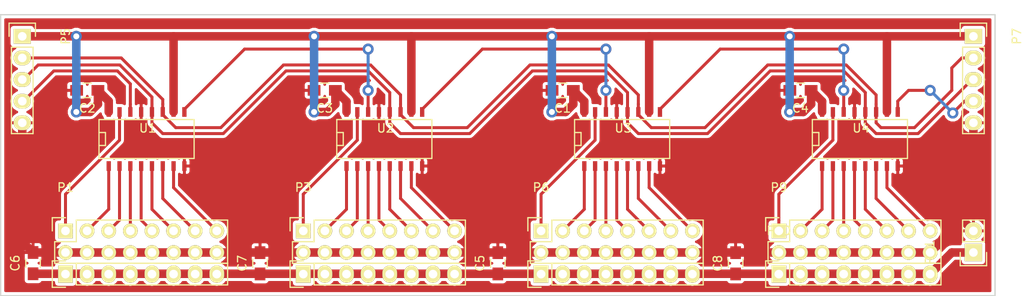
<source format=kicad_pcb>
(kicad_pcb (version 4) (host pcbnew 4.0.0-rc2-stable)

  (general
    (links 146)
    (no_connects 36)
    (area 149.784999 25.912143 270.385 61.138333)
    (thickness 1.6)
    (drawings 4)
    (tracks 225)
    (zones 0)
    (modules 23)
    (nets 43)
  )

  (page A4)
  (layers
    (0 F.Cu signal)
    (31 B.Cu signal)
    (32 B.Adhes user)
    (33 F.Adhes user)
    (34 B.Paste user)
    (35 F.Paste user)
    (36 B.SilkS user)
    (37 F.SilkS user)
    (38 B.Mask user)
    (39 F.Mask user)
    (40 Dwgs.User user)
    (41 Cmts.User user)
    (42 Eco1.User user)
    (43 Eco2.User user)
    (44 Edge.Cuts user)
    (45 Margin user)
    (46 B.CrtYd user)
    (47 F.CrtYd user)
    (48 B.Fab user)
    (49 F.Fab user)
  )

  (setup
    (last_trace_width 0.35)
    (trace_clearance 0.35)
    (zone_clearance 0.35)
    (zone_45_only no)
    (trace_min 0.2)
    (segment_width 0.2)
    (edge_width 0.15)
    (via_size 1.3)
    (via_drill 0.7)
    (via_min_size 0.4)
    (via_min_drill 0.3)
    (uvia_size 0.3)
    (uvia_drill 0.1)
    (uvias_allowed no)
    (uvia_min_size 0.2)
    (uvia_min_drill 0.1)
    (pcb_text_width 0.3)
    (pcb_text_size 1.5 1.5)
    (mod_edge_width 0.15)
    (mod_text_size 1 1)
    (mod_text_width 0.15)
    (pad_size 1.524 1.524)
    (pad_drill 0.762)
    (pad_to_mask_clearance 0.2)
    (aux_axis_origin 0 0)
    (visible_elements FFFFFF7F)
    (pcbplotparams
      (layerselection 0x01000_80000001)
      (usegerberextensions false)
      (excludeedgelayer true)
      (linewidth 0.100000)
      (plotframeref false)
      (viasonmask false)
      (mode 1)
      (useauxorigin false)
      (hpglpennumber 1)
      (hpglpenspeed 20)
      (hpglpendiameter 15)
      (hpglpenoverlay 2)
      (psnegative false)
      (psa4output false)
      (plotreference true)
      (plotvalue true)
      (plotinvisibletext false)
      (padsonsilk false)
      (subtractmaskfromsilk false)
      (outputformat 1)
      (mirror false)
      (drillshape 0)
      (scaleselection 1)
      (outputdirectory GERBER))
  )

  (net 0 "")
  (net 1 VCC)
  (net 2 GND)
  (net 3 VPP)
  (net 4 /Q0)
  (net 5 /Q1)
  (net 6 /Q2)
  (net 7 /Q3)
  (net 8 /Q4)
  (net 9 /Q5)
  (net 10 /Q6)
  (net 11 /Q7)
  (net 12 /Q8)
  (net 13 /Q9)
  (net 14 /Q10)
  (net 15 /Q11)
  (net 16 /Q12)
  (net 17 /Q13)
  (net 18 /Q14)
  (net 19 /Q15)
  (net 20 /BCK)
  (net 21 /WCK)
  (net 22 /SDI)
  (net 23 /Q16)
  (net 24 /Q17)
  (net 25 /Q18)
  (net 26 /Q19)
  (net 27 /Q20)
  (net 28 /Q21)
  (net 29 /Q22)
  (net 30 /Q23)
  (net 31 /SDO)
  (net 32 /Q24)
  (net 33 /Q25)
  (net 34 /Q26)
  (net 35 /Q27)
  (net 36 /Q28)
  (net 37 /Q29)
  (net 38 /Q30)
  (net 39 /Q31)
  (net 40 "Net-(U1-Pad9)")
  (net 41 "Net-(U2-Pad9)")
  (net 42 "Net-(U3-Pad9)")

  (net_class Default "This is the default net class."
    (clearance 0.35)
    (trace_width 0.35)
    (via_dia 1.3)
    (via_drill 0.7)
    (uvia_dia 0.3)
    (uvia_drill 0.1)
    (add_net /BCK)
    (add_net /Q0)
    (add_net /Q1)
    (add_net /Q10)
    (add_net /Q11)
    (add_net /Q12)
    (add_net /Q13)
    (add_net /Q14)
    (add_net /Q15)
    (add_net /Q16)
    (add_net /Q17)
    (add_net /Q18)
    (add_net /Q19)
    (add_net /Q2)
    (add_net /Q20)
    (add_net /Q21)
    (add_net /Q22)
    (add_net /Q23)
    (add_net /Q24)
    (add_net /Q25)
    (add_net /Q26)
    (add_net /Q27)
    (add_net /Q28)
    (add_net /Q29)
    (add_net /Q3)
    (add_net /Q30)
    (add_net /Q31)
    (add_net /Q4)
    (add_net /Q5)
    (add_net /Q6)
    (add_net /Q7)
    (add_net /Q8)
    (add_net /Q9)
    (add_net /SDI)
    (add_net /SDO)
    (add_net /WCK)
    (add_net "Net-(U1-Pad9)")
    (add_net "Net-(U2-Pad9)")
    (add_net "Net-(U3-Pad9)")
  )

  (net_class Power ""
    (clearance 0.35)
    (trace_width 1)
    (via_dia 1.3)
    (via_drill 0.7)
    (uvia_dia 0.3)
    (uvia_drill 0.1)
    (add_net GND)
    (add_net VCC)
    (add_net VPP)
  )

  (module Capacitors_SMD:C_0805_HandSoldering (layer F.Cu) (tedit 541A9B8D) (tstamp 564B5063)
    (at 215.9 36.83 180)
    (descr "Capacitor SMD 0805, hand soldering")
    (tags "capacitor 0805")
    (path /564B60FB)
    (attr smd)
    (fp_text reference C1 (at 0 -2.1 180) (layer F.SilkS)
      (effects (font (size 1 1) (thickness 0.15)))
    )
    (fp_text value 1uF (at 0 2.1 180) (layer F.Fab)
      (effects (font (size 1 1) (thickness 0.15)))
    )
    (fp_line (start -2.3 -1) (end 2.3 -1) (layer F.CrtYd) (width 0.05))
    (fp_line (start -2.3 1) (end 2.3 1) (layer F.CrtYd) (width 0.05))
    (fp_line (start -2.3 -1) (end -2.3 1) (layer F.CrtYd) (width 0.05))
    (fp_line (start 2.3 -1) (end 2.3 1) (layer F.CrtYd) (width 0.05))
    (fp_line (start 0.5 -0.85) (end -0.5 -0.85) (layer F.SilkS) (width 0.15))
    (fp_line (start -0.5 0.85) (end 0.5 0.85) (layer F.SilkS) (width 0.15))
    (pad 1 smd rect (at -1.25 0 180) (size 1.5 1.25) (layers F.Cu F.Paste F.Mask)
      (net 1 VCC))
    (pad 2 smd rect (at 1.25 0 180) (size 1.5 1.25) (layers F.Cu F.Paste F.Mask)
      (net 2 GND))
    (model Capacitors_SMD.3dshapes/C_0805_HandSoldering.wrl
      (at (xyz 0 0 0))
      (scale (xyz 1 1 1))
      (rotate (xyz 0 0 0))
    )
  )

  (module Capacitors_SMD:C_0805_HandSoldering (layer F.Cu) (tedit 541A9B8D) (tstamp 564B5069)
    (at 160.04 36.83 180)
    (descr "Capacitor SMD 0805, hand soldering")
    (tags "capacitor 0805")
    (path /564B616C)
    (attr smd)
    (fp_text reference C2 (at 0 -2.1 180) (layer F.SilkS)
      (effects (font (size 1 1) (thickness 0.15)))
    )
    (fp_text value 1uF (at 0 2.1 180) (layer F.Fab)
      (effects (font (size 1 1) (thickness 0.15)))
    )
    (fp_line (start -2.3 -1) (end 2.3 -1) (layer F.CrtYd) (width 0.05))
    (fp_line (start -2.3 1) (end 2.3 1) (layer F.CrtYd) (width 0.05))
    (fp_line (start -2.3 -1) (end -2.3 1) (layer F.CrtYd) (width 0.05))
    (fp_line (start 2.3 -1) (end 2.3 1) (layer F.CrtYd) (width 0.05))
    (fp_line (start 0.5 -0.85) (end -0.5 -0.85) (layer F.SilkS) (width 0.15))
    (fp_line (start -0.5 0.85) (end 0.5 0.85) (layer F.SilkS) (width 0.15))
    (pad 1 smd rect (at -1.25 0 180) (size 1.5 1.25) (layers F.Cu F.Paste F.Mask)
      (net 1 VCC))
    (pad 2 smd rect (at 1.25 0 180) (size 1.5 1.25) (layers F.Cu F.Paste F.Mask)
      (net 2 GND))
    (model Capacitors_SMD.3dshapes/C_0805_HandSoldering.wrl
      (at (xyz 0 0 0))
      (scale (xyz 1 1 1))
      (rotate (xyz 0 0 0))
    )
  )

  (module Capacitors_SMD:C_0805_HandSoldering (layer F.Cu) (tedit 541A9B8D) (tstamp 564B506F)
    (at 187.94 36.83 180)
    (descr "Capacitor SMD 0805, hand soldering")
    (tags "capacitor 0805")
    (path /564B61A9)
    (attr smd)
    (fp_text reference C3 (at 0 -2.1 180) (layer F.SilkS)
      (effects (font (size 1 1) (thickness 0.15)))
    )
    (fp_text value 1uF (at 0 2.1 180) (layer F.Fab)
      (effects (font (size 1 1) (thickness 0.15)))
    )
    (fp_line (start -2.3 -1) (end 2.3 -1) (layer F.CrtYd) (width 0.05))
    (fp_line (start -2.3 1) (end 2.3 1) (layer F.CrtYd) (width 0.05))
    (fp_line (start -2.3 -1) (end -2.3 1) (layer F.CrtYd) (width 0.05))
    (fp_line (start 2.3 -1) (end 2.3 1) (layer F.CrtYd) (width 0.05))
    (fp_line (start 0.5 -0.85) (end -0.5 -0.85) (layer F.SilkS) (width 0.15))
    (fp_line (start -0.5 0.85) (end 0.5 0.85) (layer F.SilkS) (width 0.15))
    (pad 1 smd rect (at -1.25 0 180) (size 1.5 1.25) (layers F.Cu F.Paste F.Mask)
      (net 1 VCC))
    (pad 2 smd rect (at 1.25 0 180) (size 1.5 1.25) (layers F.Cu F.Paste F.Mask)
      (net 2 GND))
    (model Capacitors_SMD.3dshapes/C_0805_HandSoldering.wrl
      (at (xyz 0 0 0))
      (scale (xyz 1 1 1))
      (rotate (xyz 0 0 0))
    )
  )

  (module Capacitors_SMD:C_0805_HandSoldering (layer F.Cu) (tedit 541A9B8D) (tstamp 564B5075)
    (at 243.84 36.83 180)
    (descr "Capacitor SMD 0805, hand soldering")
    (tags "capacitor 0805")
    (path /564B61EC)
    (attr smd)
    (fp_text reference C4 (at 0 -2.1 180) (layer F.SilkS)
      (effects (font (size 1 1) (thickness 0.15)))
    )
    (fp_text value 1uF (at 0 2.1 180) (layer F.Fab)
      (effects (font (size 1 1) (thickness 0.15)))
    )
    (fp_line (start -2.3 -1) (end 2.3 -1) (layer F.CrtYd) (width 0.05))
    (fp_line (start -2.3 1) (end 2.3 1) (layer F.CrtYd) (width 0.05))
    (fp_line (start -2.3 -1) (end -2.3 1) (layer F.CrtYd) (width 0.05))
    (fp_line (start 2.3 -1) (end 2.3 1) (layer F.CrtYd) (width 0.05))
    (fp_line (start 0.5 -0.85) (end -0.5 -0.85) (layer F.SilkS) (width 0.15))
    (fp_line (start -0.5 0.85) (end 0.5 0.85) (layer F.SilkS) (width 0.15))
    (pad 1 smd rect (at -1.25 0 180) (size 1.5 1.25) (layers F.Cu F.Paste F.Mask)
      (net 1 VCC))
    (pad 2 smd rect (at 1.25 0 180) (size 1.5 1.25) (layers F.Cu F.Paste F.Mask)
      (net 2 GND))
    (model Capacitors_SMD.3dshapes/C_0805_HandSoldering.wrl
      (at (xyz 0 0 0))
      (scale (xyz 1 1 1))
      (rotate (xyz 0 0 0))
    )
  )

  (module Capacitors_SMD:C_0805_HandSoldering (layer F.Cu) (tedit 541A9B8D) (tstamp 564B507B)
    (at 208.28 57.15 90)
    (descr "Capacitor SMD 0805, hand soldering")
    (tags "capacitor 0805")
    (path /564B6E07)
    (attr smd)
    (fp_text reference C5 (at 0 -2.1 90) (layer F.SilkS)
      (effects (font (size 1 1) (thickness 0.15)))
    )
    (fp_text value 1uF (at 0 2.1 90) (layer F.Fab)
      (effects (font (size 1 1) (thickness 0.15)))
    )
    (fp_line (start -2.3 -1) (end 2.3 -1) (layer F.CrtYd) (width 0.05))
    (fp_line (start -2.3 1) (end 2.3 1) (layer F.CrtYd) (width 0.05))
    (fp_line (start -2.3 -1) (end -2.3 1) (layer F.CrtYd) (width 0.05))
    (fp_line (start 2.3 -1) (end 2.3 1) (layer F.CrtYd) (width 0.05))
    (fp_line (start 0.5 -0.85) (end -0.5 -0.85) (layer F.SilkS) (width 0.15))
    (fp_line (start -0.5 0.85) (end 0.5 0.85) (layer F.SilkS) (width 0.15))
    (pad 1 smd rect (at -1.25 0 90) (size 1.5 1.25) (layers F.Cu F.Paste F.Mask)
      (net 3 VPP))
    (pad 2 smd rect (at 1.25 0 90) (size 1.5 1.25) (layers F.Cu F.Paste F.Mask)
      (net 2 GND))
    (model Capacitors_SMD.3dshapes/C_0805_HandSoldering.wrl
      (at (xyz 0 0 0))
      (scale (xyz 1 1 1))
      (rotate (xyz 0 0 0))
    )
  )

  (module Capacitors_SMD:C_0805_HandSoldering (layer F.Cu) (tedit 541A9B8D) (tstamp 564B5081)
    (at 153.67 57.13 90)
    (descr "Capacitor SMD 0805, hand soldering")
    (tags "capacitor 0805")
    (path /564B6E0E)
    (attr smd)
    (fp_text reference C6 (at 0 -2.1 90) (layer F.SilkS)
      (effects (font (size 1 1) (thickness 0.15)))
    )
    (fp_text value 1uF (at 0 2.1 90) (layer F.Fab)
      (effects (font (size 1 1) (thickness 0.15)))
    )
    (fp_line (start -2.3 -1) (end 2.3 -1) (layer F.CrtYd) (width 0.05))
    (fp_line (start -2.3 1) (end 2.3 1) (layer F.CrtYd) (width 0.05))
    (fp_line (start -2.3 -1) (end -2.3 1) (layer F.CrtYd) (width 0.05))
    (fp_line (start 2.3 -1) (end 2.3 1) (layer F.CrtYd) (width 0.05))
    (fp_line (start 0.5 -0.85) (end -0.5 -0.85) (layer F.SilkS) (width 0.15))
    (fp_line (start -0.5 0.85) (end 0.5 0.85) (layer F.SilkS) (width 0.15))
    (pad 1 smd rect (at -1.25 0 90) (size 1.5 1.25) (layers F.Cu F.Paste F.Mask)
      (net 3 VPP))
    (pad 2 smd rect (at 1.25 0 90) (size 1.5 1.25) (layers F.Cu F.Paste F.Mask)
      (net 2 GND))
    (model Capacitors_SMD.3dshapes/C_0805_HandSoldering.wrl
      (at (xyz 0 0 0))
      (scale (xyz 1 1 1))
      (rotate (xyz 0 0 0))
    )
  )

  (module Capacitors_SMD:C_0805_HandSoldering (layer F.Cu) (tedit 541A9B8D) (tstamp 564B5087)
    (at 180.34 57.15 90)
    (descr "Capacitor SMD 0805, hand soldering")
    (tags "capacitor 0805")
    (path /564B6E15)
    (attr smd)
    (fp_text reference C7 (at 0 -2.1 90) (layer F.SilkS)
      (effects (font (size 1 1) (thickness 0.15)))
    )
    (fp_text value 1uF (at 0 2.1 90) (layer F.Fab)
      (effects (font (size 1 1) (thickness 0.15)))
    )
    (fp_line (start -2.3 -1) (end 2.3 -1) (layer F.CrtYd) (width 0.05))
    (fp_line (start -2.3 1) (end 2.3 1) (layer F.CrtYd) (width 0.05))
    (fp_line (start -2.3 -1) (end -2.3 1) (layer F.CrtYd) (width 0.05))
    (fp_line (start 2.3 -1) (end 2.3 1) (layer F.CrtYd) (width 0.05))
    (fp_line (start 0.5 -0.85) (end -0.5 -0.85) (layer F.SilkS) (width 0.15))
    (fp_line (start -0.5 0.85) (end 0.5 0.85) (layer F.SilkS) (width 0.15))
    (pad 1 smd rect (at -1.25 0 90) (size 1.5 1.25) (layers F.Cu F.Paste F.Mask)
      (net 3 VPP))
    (pad 2 smd rect (at 1.25 0 90) (size 1.5 1.25) (layers F.Cu F.Paste F.Mask)
      (net 2 GND))
    (model Capacitors_SMD.3dshapes/C_0805_HandSoldering.wrl
      (at (xyz 0 0 0))
      (scale (xyz 1 1 1))
      (rotate (xyz 0 0 0))
    )
  )

  (module Capacitors_SMD:C_0805_HandSoldering (layer F.Cu) (tedit 541A9B8D) (tstamp 564B508D)
    (at 236.22 57.15 90)
    (descr "Capacitor SMD 0805, hand soldering")
    (tags "capacitor 0805")
    (path /564B6E1C)
    (attr smd)
    (fp_text reference C8 (at 0 -2.1 90) (layer F.SilkS)
      (effects (font (size 1 1) (thickness 0.15)))
    )
    (fp_text value 1uF (at 0 2.1 90) (layer F.Fab)
      (effects (font (size 1 1) (thickness 0.15)))
    )
    (fp_line (start -2.3 -1) (end 2.3 -1) (layer F.CrtYd) (width 0.05))
    (fp_line (start -2.3 1) (end 2.3 1) (layer F.CrtYd) (width 0.05))
    (fp_line (start -2.3 -1) (end -2.3 1) (layer F.CrtYd) (width 0.05))
    (fp_line (start 2.3 -1) (end 2.3 1) (layer F.CrtYd) (width 0.05))
    (fp_line (start 0.5 -0.85) (end -0.5 -0.85) (layer F.SilkS) (width 0.15))
    (fp_line (start -0.5 0.85) (end 0.5 0.85) (layer F.SilkS) (width 0.15))
    (pad 1 smd rect (at -1.25 0 90) (size 1.5 1.25) (layers F.Cu F.Paste F.Mask)
      (net 3 VPP))
    (pad 2 smd rect (at 1.25 0 90) (size 1.5 1.25) (layers F.Cu F.Paste F.Mask)
      (net 2 GND))
    (model Capacitors_SMD.3dshapes/C_0805_HandSoldering.wrl
      (at (xyz 0 0 0))
      (scale (xyz 1 1 1))
      (rotate (xyz 0 0 0))
    )
  )

  (module Socket_Strips:Socket_Strip_Straight_2x08 (layer F.Cu) (tedit 0) (tstamp 564B50A1)
    (at 157.48 53.34)
    (descr "Through hole socket strip")
    (tags "socket strip")
    (path /564B4E7E)
    (fp_text reference P1 (at 0 -5.1) (layer F.SilkS)
      (effects (font (size 1 1) (thickness 0.15)))
    )
    (fp_text value CONN_02X08 (at 0 -3.1) (layer F.Fab)
      (effects (font (size 1 1) (thickness 0.15)))
    )
    (fp_line (start -1.75 -1.75) (end -1.75 4.3) (layer F.CrtYd) (width 0.05))
    (fp_line (start 19.55 -1.75) (end 19.55 4.3) (layer F.CrtYd) (width 0.05))
    (fp_line (start -1.75 -1.75) (end 19.55 -1.75) (layer F.CrtYd) (width 0.05))
    (fp_line (start -1.75 4.3) (end 19.55 4.3) (layer F.CrtYd) (width 0.05))
    (fp_line (start 19.05 3.81) (end -1.27 3.81) (layer F.SilkS) (width 0.15))
    (fp_line (start 1.27 -1.27) (end 19.05 -1.27) (layer F.SilkS) (width 0.15))
    (fp_line (start 19.05 3.81) (end 19.05 -1.27) (layer F.SilkS) (width 0.15))
    (fp_line (start -1.27 3.81) (end -1.27 1.27) (layer F.SilkS) (width 0.15))
    (fp_line (start 0 -1.55) (end -1.55 -1.55) (layer F.SilkS) (width 0.15))
    (fp_line (start -1.27 1.27) (end 1.27 1.27) (layer F.SilkS) (width 0.15))
    (fp_line (start 1.27 1.27) (end 1.27 -1.27) (layer F.SilkS) (width 0.15))
    (fp_line (start -1.55 -1.55) (end -1.55 0) (layer F.SilkS) (width 0.15))
    (pad 1 thru_hole rect (at 0 0) (size 1.7272 1.7272) (drill 1.016) (layers *.Cu *.Mask F.SilkS)
      (net 4 /Q0))
    (pad 2 thru_hole oval (at 0 2.54) (size 1.7272 1.7272) (drill 1.016) (layers *.Cu *.Mask F.SilkS)
      (net 2 GND))
    (pad 3 thru_hole oval (at 2.54 0) (size 1.7272 1.7272) (drill 1.016) (layers *.Cu *.Mask F.SilkS)
      (net 5 /Q1))
    (pad 4 thru_hole oval (at 2.54 2.54) (size 1.7272 1.7272) (drill 1.016) (layers *.Cu *.Mask F.SilkS)
      (net 2 GND))
    (pad 5 thru_hole oval (at 5.08 0) (size 1.7272 1.7272) (drill 1.016) (layers *.Cu *.Mask F.SilkS)
      (net 6 /Q2))
    (pad 6 thru_hole oval (at 5.08 2.54) (size 1.7272 1.7272) (drill 1.016) (layers *.Cu *.Mask F.SilkS)
      (net 2 GND))
    (pad 7 thru_hole oval (at 7.62 0) (size 1.7272 1.7272) (drill 1.016) (layers *.Cu *.Mask F.SilkS)
      (net 7 /Q3))
    (pad 8 thru_hole oval (at 7.62 2.54) (size 1.7272 1.7272) (drill 1.016) (layers *.Cu *.Mask F.SilkS)
      (net 2 GND))
    (pad 9 thru_hole oval (at 10.16 0) (size 1.7272 1.7272) (drill 1.016) (layers *.Cu *.Mask F.SilkS)
      (net 8 /Q4))
    (pad 10 thru_hole oval (at 10.16 2.54) (size 1.7272 1.7272) (drill 1.016) (layers *.Cu *.Mask F.SilkS)
      (net 2 GND))
    (pad 11 thru_hole oval (at 12.7 0) (size 1.7272 1.7272) (drill 1.016) (layers *.Cu *.Mask F.SilkS)
      (net 9 /Q5))
    (pad 12 thru_hole oval (at 12.7 2.54) (size 1.7272 1.7272) (drill 1.016) (layers *.Cu *.Mask F.SilkS)
      (net 2 GND))
    (pad 13 thru_hole oval (at 15.24 0) (size 1.7272 1.7272) (drill 1.016) (layers *.Cu *.Mask F.SilkS)
      (net 10 /Q6))
    (pad 14 thru_hole oval (at 15.24 2.54) (size 1.7272 1.7272) (drill 1.016) (layers *.Cu *.Mask F.SilkS)
      (net 2 GND))
    (pad 15 thru_hole oval (at 17.78 0) (size 1.7272 1.7272) (drill 1.016) (layers *.Cu *.Mask F.SilkS)
      (net 11 /Q7))
    (pad 16 thru_hole oval (at 17.78 2.54) (size 1.7272 1.7272) (drill 1.016) (layers *.Cu *.Mask F.SilkS)
      (net 2 GND))
    (model Socket_Strips.3dshapes/Socket_Strip_Straight_2x08.wrl
      (at (xyz 0.35 -0.05 0))
      (scale (xyz 1 1 1))
      (rotate (xyz 0 0 180))
    )
  )

  (module Socket_Strips:Socket_Strip_Straight_1x08 (layer F.Cu) (tedit 0) (tstamp 564B50AD)
    (at 157.48 58.42)
    (descr "Through hole socket strip")
    (tags "socket strip")
    (path /564B57F1)
    (fp_text reference P2 (at 0 -5.1) (layer F.SilkS)
      (effects (font (size 1 1) (thickness 0.15)))
    )
    (fp_text value CONN_01X08 (at 0 -3.1) (layer F.Fab)
      (effects (font (size 1 1) (thickness 0.15)))
    )
    (fp_line (start -1.75 -1.75) (end -1.75 1.75) (layer F.CrtYd) (width 0.05))
    (fp_line (start 19.55 -1.75) (end 19.55 1.75) (layer F.CrtYd) (width 0.05))
    (fp_line (start -1.75 -1.75) (end 19.55 -1.75) (layer F.CrtYd) (width 0.05))
    (fp_line (start -1.75 1.75) (end 19.55 1.75) (layer F.CrtYd) (width 0.05))
    (fp_line (start 1.27 1.27) (end 19.05 1.27) (layer F.SilkS) (width 0.15))
    (fp_line (start 19.05 1.27) (end 19.05 -1.27) (layer F.SilkS) (width 0.15))
    (fp_line (start 19.05 -1.27) (end 1.27 -1.27) (layer F.SilkS) (width 0.15))
    (fp_line (start -1.55 1.55) (end 0 1.55) (layer F.SilkS) (width 0.15))
    (fp_line (start 1.27 1.27) (end 1.27 -1.27) (layer F.SilkS) (width 0.15))
    (fp_line (start 0 -1.55) (end -1.55 -1.55) (layer F.SilkS) (width 0.15))
    (fp_line (start -1.55 -1.55) (end -1.55 1.55) (layer F.SilkS) (width 0.15))
    (pad 1 thru_hole rect (at 0 0) (size 1.7272 2.032) (drill 1.016) (layers *.Cu *.Mask F.SilkS)
      (net 3 VPP))
    (pad 2 thru_hole oval (at 2.54 0) (size 1.7272 2.032) (drill 1.016) (layers *.Cu *.Mask F.SilkS)
      (net 3 VPP))
    (pad 3 thru_hole oval (at 5.08 0) (size 1.7272 2.032) (drill 1.016) (layers *.Cu *.Mask F.SilkS)
      (net 3 VPP))
    (pad 4 thru_hole oval (at 7.62 0) (size 1.7272 2.032) (drill 1.016) (layers *.Cu *.Mask F.SilkS)
      (net 3 VPP))
    (pad 5 thru_hole oval (at 10.16 0) (size 1.7272 2.032) (drill 1.016) (layers *.Cu *.Mask F.SilkS)
      (net 3 VPP))
    (pad 6 thru_hole oval (at 12.7 0) (size 1.7272 2.032) (drill 1.016) (layers *.Cu *.Mask F.SilkS)
      (net 3 VPP))
    (pad 7 thru_hole oval (at 15.24 0) (size 1.7272 2.032) (drill 1.016) (layers *.Cu *.Mask F.SilkS)
      (net 3 VPP))
    (pad 8 thru_hole oval (at 17.78 0) (size 1.7272 2.032) (drill 1.016) (layers *.Cu *.Mask F.SilkS)
      (net 3 VPP))
    (model Socket_Strips.3dshapes/Socket_Strip_Straight_1x08.wrl
      (at (xyz 0.35 0 0))
      (scale (xyz 1 1 1))
      (rotate (xyz 0 0 180))
    )
  )

  (module Socket_Strips:Socket_Strip_Straight_2x08 (layer F.Cu) (tedit 0) (tstamp 564B50C1)
    (at 185.42 53.34)
    (descr "Through hole socket strip")
    (tags "socket strip")
    (path /564B538D)
    (fp_text reference P3 (at 0 -5.1) (layer F.SilkS)
      (effects (font (size 1 1) (thickness 0.15)))
    )
    (fp_text value CONN_02X08 (at 0 -3.1) (layer F.Fab)
      (effects (font (size 1 1) (thickness 0.15)))
    )
    (fp_line (start -1.75 -1.75) (end -1.75 4.3) (layer F.CrtYd) (width 0.05))
    (fp_line (start 19.55 -1.75) (end 19.55 4.3) (layer F.CrtYd) (width 0.05))
    (fp_line (start -1.75 -1.75) (end 19.55 -1.75) (layer F.CrtYd) (width 0.05))
    (fp_line (start -1.75 4.3) (end 19.55 4.3) (layer F.CrtYd) (width 0.05))
    (fp_line (start 19.05 3.81) (end -1.27 3.81) (layer F.SilkS) (width 0.15))
    (fp_line (start 1.27 -1.27) (end 19.05 -1.27) (layer F.SilkS) (width 0.15))
    (fp_line (start 19.05 3.81) (end 19.05 -1.27) (layer F.SilkS) (width 0.15))
    (fp_line (start -1.27 3.81) (end -1.27 1.27) (layer F.SilkS) (width 0.15))
    (fp_line (start 0 -1.55) (end -1.55 -1.55) (layer F.SilkS) (width 0.15))
    (fp_line (start -1.27 1.27) (end 1.27 1.27) (layer F.SilkS) (width 0.15))
    (fp_line (start 1.27 1.27) (end 1.27 -1.27) (layer F.SilkS) (width 0.15))
    (fp_line (start -1.55 -1.55) (end -1.55 0) (layer F.SilkS) (width 0.15))
    (pad 1 thru_hole rect (at 0 0) (size 1.7272 1.7272) (drill 1.016) (layers *.Cu *.Mask F.SilkS)
      (net 12 /Q8))
    (pad 2 thru_hole oval (at 0 2.54) (size 1.7272 1.7272) (drill 1.016) (layers *.Cu *.Mask F.SilkS)
      (net 2 GND))
    (pad 3 thru_hole oval (at 2.54 0) (size 1.7272 1.7272) (drill 1.016) (layers *.Cu *.Mask F.SilkS)
      (net 13 /Q9))
    (pad 4 thru_hole oval (at 2.54 2.54) (size 1.7272 1.7272) (drill 1.016) (layers *.Cu *.Mask F.SilkS)
      (net 2 GND))
    (pad 5 thru_hole oval (at 5.08 0) (size 1.7272 1.7272) (drill 1.016) (layers *.Cu *.Mask F.SilkS)
      (net 14 /Q10))
    (pad 6 thru_hole oval (at 5.08 2.54) (size 1.7272 1.7272) (drill 1.016) (layers *.Cu *.Mask F.SilkS)
      (net 2 GND))
    (pad 7 thru_hole oval (at 7.62 0) (size 1.7272 1.7272) (drill 1.016) (layers *.Cu *.Mask F.SilkS)
      (net 15 /Q11))
    (pad 8 thru_hole oval (at 7.62 2.54) (size 1.7272 1.7272) (drill 1.016) (layers *.Cu *.Mask F.SilkS)
      (net 2 GND))
    (pad 9 thru_hole oval (at 10.16 0) (size 1.7272 1.7272) (drill 1.016) (layers *.Cu *.Mask F.SilkS)
      (net 16 /Q12))
    (pad 10 thru_hole oval (at 10.16 2.54) (size 1.7272 1.7272) (drill 1.016) (layers *.Cu *.Mask F.SilkS)
      (net 2 GND))
    (pad 11 thru_hole oval (at 12.7 0) (size 1.7272 1.7272) (drill 1.016) (layers *.Cu *.Mask F.SilkS)
      (net 17 /Q13))
    (pad 12 thru_hole oval (at 12.7 2.54) (size 1.7272 1.7272) (drill 1.016) (layers *.Cu *.Mask F.SilkS)
      (net 2 GND))
    (pad 13 thru_hole oval (at 15.24 0) (size 1.7272 1.7272) (drill 1.016) (layers *.Cu *.Mask F.SilkS)
      (net 18 /Q14))
    (pad 14 thru_hole oval (at 15.24 2.54) (size 1.7272 1.7272) (drill 1.016) (layers *.Cu *.Mask F.SilkS)
      (net 2 GND))
    (pad 15 thru_hole oval (at 17.78 0) (size 1.7272 1.7272) (drill 1.016) (layers *.Cu *.Mask F.SilkS)
      (net 19 /Q15))
    (pad 16 thru_hole oval (at 17.78 2.54) (size 1.7272 1.7272) (drill 1.016) (layers *.Cu *.Mask F.SilkS)
      (net 2 GND))
    (model Socket_Strips.3dshapes/Socket_Strip_Straight_2x08.wrl
      (at (xyz 0.35 -0.05 0))
      (scale (xyz 1 1 1))
      (rotate (xyz 0 0 180))
    )
  )

  (module Socket_Strips:Socket_Strip_Straight_1x08 (layer F.Cu) (tedit 0) (tstamp 564B50CD)
    (at 185.42 58.42)
    (descr "Through hole socket strip")
    (tags "socket strip")
    (path /564B5EDC)
    (fp_text reference P4 (at 0 -5.1) (layer F.SilkS)
      (effects (font (size 1 1) (thickness 0.15)))
    )
    (fp_text value CONN_01X08 (at 0 -3.1) (layer F.Fab)
      (effects (font (size 1 1) (thickness 0.15)))
    )
    (fp_line (start -1.75 -1.75) (end -1.75 1.75) (layer F.CrtYd) (width 0.05))
    (fp_line (start 19.55 -1.75) (end 19.55 1.75) (layer F.CrtYd) (width 0.05))
    (fp_line (start -1.75 -1.75) (end 19.55 -1.75) (layer F.CrtYd) (width 0.05))
    (fp_line (start -1.75 1.75) (end 19.55 1.75) (layer F.CrtYd) (width 0.05))
    (fp_line (start 1.27 1.27) (end 19.05 1.27) (layer F.SilkS) (width 0.15))
    (fp_line (start 19.05 1.27) (end 19.05 -1.27) (layer F.SilkS) (width 0.15))
    (fp_line (start 19.05 -1.27) (end 1.27 -1.27) (layer F.SilkS) (width 0.15))
    (fp_line (start -1.55 1.55) (end 0 1.55) (layer F.SilkS) (width 0.15))
    (fp_line (start 1.27 1.27) (end 1.27 -1.27) (layer F.SilkS) (width 0.15))
    (fp_line (start 0 -1.55) (end -1.55 -1.55) (layer F.SilkS) (width 0.15))
    (fp_line (start -1.55 -1.55) (end -1.55 1.55) (layer F.SilkS) (width 0.15))
    (pad 1 thru_hole rect (at 0 0) (size 1.7272 2.032) (drill 1.016) (layers *.Cu *.Mask F.SilkS)
      (net 3 VPP))
    (pad 2 thru_hole oval (at 2.54 0) (size 1.7272 2.032) (drill 1.016) (layers *.Cu *.Mask F.SilkS)
      (net 3 VPP))
    (pad 3 thru_hole oval (at 5.08 0) (size 1.7272 2.032) (drill 1.016) (layers *.Cu *.Mask F.SilkS)
      (net 3 VPP))
    (pad 4 thru_hole oval (at 7.62 0) (size 1.7272 2.032) (drill 1.016) (layers *.Cu *.Mask F.SilkS)
      (net 3 VPP))
    (pad 5 thru_hole oval (at 10.16 0) (size 1.7272 2.032) (drill 1.016) (layers *.Cu *.Mask F.SilkS)
      (net 3 VPP))
    (pad 6 thru_hole oval (at 12.7 0) (size 1.7272 2.032) (drill 1.016) (layers *.Cu *.Mask F.SilkS)
      (net 3 VPP))
    (pad 7 thru_hole oval (at 15.24 0) (size 1.7272 2.032) (drill 1.016) (layers *.Cu *.Mask F.SilkS)
      (net 3 VPP))
    (pad 8 thru_hole oval (at 17.78 0) (size 1.7272 2.032) (drill 1.016) (layers *.Cu *.Mask F.SilkS)
      (net 3 VPP))
    (model Socket_Strips.3dshapes/Socket_Strip_Straight_1x08.wrl
      (at (xyz 0.35 0 0))
      (scale (xyz 1 1 1))
      (rotate (xyz 0 0 180))
    )
  )

  (module Socket_Strips:Socket_Strip_Straight_1x05 (layer F.Cu) (tedit 0) (tstamp 564B50D6)
    (at 152.4 30.48 270)
    (descr "Through hole socket strip")
    (tags "socket strip")
    (path /564B4C2F)
    (fp_text reference P5 (at 0 -5.1 270) (layer F.SilkS)
      (effects (font (size 1 1) (thickness 0.15)))
    )
    (fp_text value INPUT (at 0 -3.1 270) (layer F.Fab)
      (effects (font (size 1 1) (thickness 0.15)))
    )
    (fp_line (start -1.75 -1.75) (end -1.75 1.75) (layer F.CrtYd) (width 0.05))
    (fp_line (start 11.95 -1.75) (end 11.95 1.75) (layer F.CrtYd) (width 0.05))
    (fp_line (start -1.75 -1.75) (end 11.95 -1.75) (layer F.CrtYd) (width 0.05))
    (fp_line (start -1.75 1.75) (end 11.95 1.75) (layer F.CrtYd) (width 0.05))
    (fp_line (start 1.27 1.27) (end 11.43 1.27) (layer F.SilkS) (width 0.15))
    (fp_line (start 11.43 1.27) (end 11.43 -1.27) (layer F.SilkS) (width 0.15))
    (fp_line (start 11.43 -1.27) (end 1.27 -1.27) (layer F.SilkS) (width 0.15))
    (fp_line (start -1.55 1.55) (end 0 1.55) (layer F.SilkS) (width 0.15))
    (fp_line (start 1.27 1.27) (end 1.27 -1.27) (layer F.SilkS) (width 0.15))
    (fp_line (start 0 -1.55) (end -1.55 -1.55) (layer F.SilkS) (width 0.15))
    (fp_line (start -1.55 -1.55) (end -1.55 1.55) (layer F.SilkS) (width 0.15))
    (pad 1 thru_hole rect (at 0 0 270) (size 1.7272 2.032) (drill 1.016) (layers *.Cu *.Mask F.SilkS)
      (net 1 VCC))
    (pad 2 thru_hole oval (at 2.54 0 270) (size 1.7272 2.032) (drill 1.016) (layers *.Cu *.Mask F.SilkS)
      (net 20 /BCK))
    (pad 3 thru_hole oval (at 5.08 0 270) (size 1.7272 2.032) (drill 1.016) (layers *.Cu *.Mask F.SilkS)
      (net 21 /WCK))
    (pad 4 thru_hole oval (at 7.62 0 270) (size 1.7272 2.032) (drill 1.016) (layers *.Cu *.Mask F.SilkS)
      (net 22 /SDI))
    (pad 5 thru_hole oval (at 10.16 0 270) (size 1.7272 2.032) (drill 1.016) (layers *.Cu *.Mask F.SilkS)
      (net 2 GND))
    (model Socket_Strips.3dshapes/Socket_Strip_Straight_1x05.wrl
      (at (xyz 0.2 0 0))
      (scale (xyz 1 1 1))
      (rotate (xyz 0 0 180))
    )
  )

  (module Socket_Strips:Socket_Strip_Straight_2x08 (layer F.Cu) (tedit 0) (tstamp 564B50EA)
    (at 213.36 53.34)
    (descr "Through hole socket strip")
    (tags "socket strip")
    (path /564B54A0)
    (fp_text reference P6 (at 0 -5.1) (layer F.SilkS)
      (effects (font (size 1 1) (thickness 0.15)))
    )
    (fp_text value CONN_02X08 (at 0 -3.1) (layer F.Fab)
      (effects (font (size 1 1) (thickness 0.15)))
    )
    (fp_line (start -1.75 -1.75) (end -1.75 4.3) (layer F.CrtYd) (width 0.05))
    (fp_line (start 19.55 -1.75) (end 19.55 4.3) (layer F.CrtYd) (width 0.05))
    (fp_line (start -1.75 -1.75) (end 19.55 -1.75) (layer F.CrtYd) (width 0.05))
    (fp_line (start -1.75 4.3) (end 19.55 4.3) (layer F.CrtYd) (width 0.05))
    (fp_line (start 19.05 3.81) (end -1.27 3.81) (layer F.SilkS) (width 0.15))
    (fp_line (start 1.27 -1.27) (end 19.05 -1.27) (layer F.SilkS) (width 0.15))
    (fp_line (start 19.05 3.81) (end 19.05 -1.27) (layer F.SilkS) (width 0.15))
    (fp_line (start -1.27 3.81) (end -1.27 1.27) (layer F.SilkS) (width 0.15))
    (fp_line (start 0 -1.55) (end -1.55 -1.55) (layer F.SilkS) (width 0.15))
    (fp_line (start -1.27 1.27) (end 1.27 1.27) (layer F.SilkS) (width 0.15))
    (fp_line (start 1.27 1.27) (end 1.27 -1.27) (layer F.SilkS) (width 0.15))
    (fp_line (start -1.55 -1.55) (end -1.55 0) (layer F.SilkS) (width 0.15))
    (pad 1 thru_hole rect (at 0 0) (size 1.7272 1.7272) (drill 1.016) (layers *.Cu *.Mask F.SilkS)
      (net 23 /Q16))
    (pad 2 thru_hole oval (at 0 2.54) (size 1.7272 1.7272) (drill 1.016) (layers *.Cu *.Mask F.SilkS)
      (net 2 GND))
    (pad 3 thru_hole oval (at 2.54 0) (size 1.7272 1.7272) (drill 1.016) (layers *.Cu *.Mask F.SilkS)
      (net 24 /Q17))
    (pad 4 thru_hole oval (at 2.54 2.54) (size 1.7272 1.7272) (drill 1.016) (layers *.Cu *.Mask F.SilkS)
      (net 2 GND))
    (pad 5 thru_hole oval (at 5.08 0) (size 1.7272 1.7272) (drill 1.016) (layers *.Cu *.Mask F.SilkS)
      (net 25 /Q18))
    (pad 6 thru_hole oval (at 5.08 2.54) (size 1.7272 1.7272) (drill 1.016) (layers *.Cu *.Mask F.SilkS)
      (net 2 GND))
    (pad 7 thru_hole oval (at 7.62 0) (size 1.7272 1.7272) (drill 1.016) (layers *.Cu *.Mask F.SilkS)
      (net 26 /Q19))
    (pad 8 thru_hole oval (at 7.62 2.54) (size 1.7272 1.7272) (drill 1.016) (layers *.Cu *.Mask F.SilkS)
      (net 2 GND))
    (pad 9 thru_hole oval (at 10.16 0) (size 1.7272 1.7272) (drill 1.016) (layers *.Cu *.Mask F.SilkS)
      (net 27 /Q20))
    (pad 10 thru_hole oval (at 10.16 2.54) (size 1.7272 1.7272) (drill 1.016) (layers *.Cu *.Mask F.SilkS)
      (net 2 GND))
    (pad 11 thru_hole oval (at 12.7 0) (size 1.7272 1.7272) (drill 1.016) (layers *.Cu *.Mask F.SilkS)
      (net 28 /Q21))
    (pad 12 thru_hole oval (at 12.7 2.54) (size 1.7272 1.7272) (drill 1.016) (layers *.Cu *.Mask F.SilkS)
      (net 2 GND))
    (pad 13 thru_hole oval (at 15.24 0) (size 1.7272 1.7272) (drill 1.016) (layers *.Cu *.Mask F.SilkS)
      (net 29 /Q22))
    (pad 14 thru_hole oval (at 15.24 2.54) (size 1.7272 1.7272) (drill 1.016) (layers *.Cu *.Mask F.SilkS)
      (net 2 GND))
    (pad 15 thru_hole oval (at 17.78 0) (size 1.7272 1.7272) (drill 1.016) (layers *.Cu *.Mask F.SilkS)
      (net 30 /Q23))
    (pad 16 thru_hole oval (at 17.78 2.54) (size 1.7272 1.7272) (drill 1.016) (layers *.Cu *.Mask F.SilkS)
      (net 2 GND))
    (model Socket_Strips.3dshapes/Socket_Strip_Straight_2x08.wrl
      (at (xyz 0.35 -0.05 0))
      (scale (xyz 1 1 1))
      (rotate (xyz 0 0 180))
    )
  )

  (module Socket_Strips:Socket_Strip_Straight_1x05 (layer F.Cu) (tedit 0) (tstamp 564B50F3)
    (at 264.16 30.48 270)
    (descr "Through hole socket strip")
    (tags "socket strip")
    (path /564A5E7D)
    (fp_text reference P7 (at 0 -5.1 270) (layer F.SilkS)
      (effects (font (size 1 1) (thickness 0.15)))
    )
    (fp_text value EXPANSION (at 0 -3.1 270) (layer F.Fab)
      (effects (font (size 1 1) (thickness 0.15)))
    )
    (fp_line (start -1.75 -1.75) (end -1.75 1.75) (layer F.CrtYd) (width 0.05))
    (fp_line (start 11.95 -1.75) (end 11.95 1.75) (layer F.CrtYd) (width 0.05))
    (fp_line (start -1.75 -1.75) (end 11.95 -1.75) (layer F.CrtYd) (width 0.05))
    (fp_line (start -1.75 1.75) (end 11.95 1.75) (layer F.CrtYd) (width 0.05))
    (fp_line (start 1.27 1.27) (end 11.43 1.27) (layer F.SilkS) (width 0.15))
    (fp_line (start 11.43 1.27) (end 11.43 -1.27) (layer F.SilkS) (width 0.15))
    (fp_line (start 11.43 -1.27) (end 1.27 -1.27) (layer F.SilkS) (width 0.15))
    (fp_line (start -1.55 1.55) (end 0 1.55) (layer F.SilkS) (width 0.15))
    (fp_line (start 1.27 1.27) (end 1.27 -1.27) (layer F.SilkS) (width 0.15))
    (fp_line (start 0 -1.55) (end -1.55 -1.55) (layer F.SilkS) (width 0.15))
    (fp_line (start -1.55 -1.55) (end -1.55 1.55) (layer F.SilkS) (width 0.15))
    (pad 1 thru_hole rect (at 0 0 270) (size 1.7272 2.032) (drill 1.016) (layers *.Cu *.Mask F.SilkS)
      (net 1 VCC))
    (pad 2 thru_hole oval (at 2.54 0 270) (size 1.7272 2.032) (drill 1.016) (layers *.Cu *.Mask F.SilkS)
      (net 20 /BCK))
    (pad 3 thru_hole oval (at 5.08 0 270) (size 1.7272 2.032) (drill 1.016) (layers *.Cu *.Mask F.SilkS)
      (net 21 /WCK))
    (pad 4 thru_hole oval (at 7.62 0 270) (size 1.7272 2.032) (drill 1.016) (layers *.Cu *.Mask F.SilkS)
      (net 31 /SDO))
    (pad 5 thru_hole oval (at 10.16 0 270) (size 1.7272 2.032) (drill 1.016) (layers *.Cu *.Mask F.SilkS)
      (net 2 GND))
    (model Socket_Strips.3dshapes/Socket_Strip_Straight_1x05.wrl
      (at (xyz 0.2 0 0))
      (scale (xyz 1 1 1))
      (rotate (xyz 0 0 180))
    )
  )

  (module Socket_Strips:Socket_Strip_Straight_1x08 (layer F.Cu) (tedit 0) (tstamp 564B50FF)
    (at 213.36 58.42)
    (descr "Through hole socket strip")
    (tags "socket strip")
    (path /564B5F8D)
    (fp_text reference P8 (at 0 -5.1) (layer F.SilkS)
      (effects (font (size 1 1) (thickness 0.15)))
    )
    (fp_text value CONN_01X08 (at 0 -3.1) (layer F.Fab)
      (effects (font (size 1 1) (thickness 0.15)))
    )
    (fp_line (start -1.75 -1.75) (end -1.75 1.75) (layer F.CrtYd) (width 0.05))
    (fp_line (start 19.55 -1.75) (end 19.55 1.75) (layer F.CrtYd) (width 0.05))
    (fp_line (start -1.75 -1.75) (end 19.55 -1.75) (layer F.CrtYd) (width 0.05))
    (fp_line (start -1.75 1.75) (end 19.55 1.75) (layer F.CrtYd) (width 0.05))
    (fp_line (start 1.27 1.27) (end 19.05 1.27) (layer F.SilkS) (width 0.15))
    (fp_line (start 19.05 1.27) (end 19.05 -1.27) (layer F.SilkS) (width 0.15))
    (fp_line (start 19.05 -1.27) (end 1.27 -1.27) (layer F.SilkS) (width 0.15))
    (fp_line (start -1.55 1.55) (end 0 1.55) (layer F.SilkS) (width 0.15))
    (fp_line (start 1.27 1.27) (end 1.27 -1.27) (layer F.SilkS) (width 0.15))
    (fp_line (start 0 -1.55) (end -1.55 -1.55) (layer F.SilkS) (width 0.15))
    (fp_line (start -1.55 -1.55) (end -1.55 1.55) (layer F.SilkS) (width 0.15))
    (pad 1 thru_hole rect (at 0 0) (size 1.7272 2.032) (drill 1.016) (layers *.Cu *.Mask F.SilkS)
      (net 3 VPP))
    (pad 2 thru_hole oval (at 2.54 0) (size 1.7272 2.032) (drill 1.016) (layers *.Cu *.Mask F.SilkS)
      (net 3 VPP))
    (pad 3 thru_hole oval (at 5.08 0) (size 1.7272 2.032) (drill 1.016) (layers *.Cu *.Mask F.SilkS)
      (net 3 VPP))
    (pad 4 thru_hole oval (at 7.62 0) (size 1.7272 2.032) (drill 1.016) (layers *.Cu *.Mask F.SilkS)
      (net 3 VPP))
    (pad 5 thru_hole oval (at 10.16 0) (size 1.7272 2.032) (drill 1.016) (layers *.Cu *.Mask F.SilkS)
      (net 3 VPP))
    (pad 6 thru_hole oval (at 12.7 0) (size 1.7272 2.032) (drill 1.016) (layers *.Cu *.Mask F.SilkS)
      (net 3 VPP))
    (pad 7 thru_hole oval (at 15.24 0) (size 1.7272 2.032) (drill 1.016) (layers *.Cu *.Mask F.SilkS)
      (net 3 VPP))
    (pad 8 thru_hole oval (at 17.78 0) (size 1.7272 2.032) (drill 1.016) (layers *.Cu *.Mask F.SilkS)
      (net 3 VPP))
    (model Socket_Strips.3dshapes/Socket_Strip_Straight_1x08.wrl
      (at (xyz 0.35 0 0))
      (scale (xyz 1 1 1))
      (rotate (xyz 0 0 180))
    )
  )

  (module Socket_Strips:Socket_Strip_Straight_2x08 (layer F.Cu) (tedit 0) (tstamp 564B5113)
    (at 241.3 53.34)
    (descr "Through hole socket strip")
    (tags "socket strip")
    (path /564B5640)
    (fp_text reference P9 (at 0 -5.1) (layer F.SilkS)
      (effects (font (size 1 1) (thickness 0.15)))
    )
    (fp_text value CONN_02X08 (at 0 -3.1) (layer F.Fab)
      (effects (font (size 1 1) (thickness 0.15)))
    )
    (fp_line (start -1.75 -1.75) (end -1.75 4.3) (layer F.CrtYd) (width 0.05))
    (fp_line (start 19.55 -1.75) (end 19.55 4.3) (layer F.CrtYd) (width 0.05))
    (fp_line (start -1.75 -1.75) (end 19.55 -1.75) (layer F.CrtYd) (width 0.05))
    (fp_line (start -1.75 4.3) (end 19.55 4.3) (layer F.CrtYd) (width 0.05))
    (fp_line (start 19.05 3.81) (end -1.27 3.81) (layer F.SilkS) (width 0.15))
    (fp_line (start 1.27 -1.27) (end 19.05 -1.27) (layer F.SilkS) (width 0.15))
    (fp_line (start 19.05 3.81) (end 19.05 -1.27) (layer F.SilkS) (width 0.15))
    (fp_line (start -1.27 3.81) (end -1.27 1.27) (layer F.SilkS) (width 0.15))
    (fp_line (start 0 -1.55) (end -1.55 -1.55) (layer F.SilkS) (width 0.15))
    (fp_line (start -1.27 1.27) (end 1.27 1.27) (layer F.SilkS) (width 0.15))
    (fp_line (start 1.27 1.27) (end 1.27 -1.27) (layer F.SilkS) (width 0.15))
    (fp_line (start -1.55 -1.55) (end -1.55 0) (layer F.SilkS) (width 0.15))
    (pad 1 thru_hole rect (at 0 0) (size 1.7272 1.7272) (drill 1.016) (layers *.Cu *.Mask F.SilkS)
      (net 32 /Q24))
    (pad 2 thru_hole oval (at 0 2.54) (size 1.7272 1.7272) (drill 1.016) (layers *.Cu *.Mask F.SilkS)
      (net 2 GND))
    (pad 3 thru_hole oval (at 2.54 0) (size 1.7272 1.7272) (drill 1.016) (layers *.Cu *.Mask F.SilkS)
      (net 33 /Q25))
    (pad 4 thru_hole oval (at 2.54 2.54) (size 1.7272 1.7272) (drill 1.016) (layers *.Cu *.Mask F.SilkS)
      (net 2 GND))
    (pad 5 thru_hole oval (at 5.08 0) (size 1.7272 1.7272) (drill 1.016) (layers *.Cu *.Mask F.SilkS)
      (net 34 /Q26))
    (pad 6 thru_hole oval (at 5.08 2.54) (size 1.7272 1.7272) (drill 1.016) (layers *.Cu *.Mask F.SilkS)
      (net 2 GND))
    (pad 7 thru_hole oval (at 7.62 0) (size 1.7272 1.7272) (drill 1.016) (layers *.Cu *.Mask F.SilkS)
      (net 35 /Q27))
    (pad 8 thru_hole oval (at 7.62 2.54) (size 1.7272 1.7272) (drill 1.016) (layers *.Cu *.Mask F.SilkS)
      (net 2 GND))
    (pad 9 thru_hole oval (at 10.16 0) (size 1.7272 1.7272) (drill 1.016) (layers *.Cu *.Mask F.SilkS)
      (net 36 /Q28))
    (pad 10 thru_hole oval (at 10.16 2.54) (size 1.7272 1.7272) (drill 1.016) (layers *.Cu *.Mask F.SilkS)
      (net 2 GND))
    (pad 11 thru_hole oval (at 12.7 0) (size 1.7272 1.7272) (drill 1.016) (layers *.Cu *.Mask F.SilkS)
      (net 37 /Q29))
    (pad 12 thru_hole oval (at 12.7 2.54) (size 1.7272 1.7272) (drill 1.016) (layers *.Cu *.Mask F.SilkS)
      (net 2 GND))
    (pad 13 thru_hole oval (at 15.24 0) (size 1.7272 1.7272) (drill 1.016) (layers *.Cu *.Mask F.SilkS)
      (net 38 /Q30))
    (pad 14 thru_hole oval (at 15.24 2.54) (size 1.7272 1.7272) (drill 1.016) (layers *.Cu *.Mask F.SilkS)
      (net 2 GND))
    (pad 15 thru_hole oval (at 17.78 0) (size 1.7272 1.7272) (drill 1.016) (layers *.Cu *.Mask F.SilkS)
      (net 39 /Q31))
    (pad 16 thru_hole oval (at 17.78 2.54) (size 1.7272 1.7272) (drill 1.016) (layers *.Cu *.Mask F.SilkS)
      (net 2 GND))
    (model Socket_Strips.3dshapes/Socket_Strip_Straight_2x08.wrl
      (at (xyz 0.35 -0.05 0))
      (scale (xyz 1 1 1))
      (rotate (xyz 0 0 180))
    )
  )

  (module Socket_Strips:Socket_Strip_Straight_1x08 (layer F.Cu) (tedit 0) (tstamp 564B511F)
    (at 241.3 58.42)
    (descr "Through hole socket strip")
    (tags "socket strip")
    (path /564B600B)
    (fp_text reference P10 (at 0 -5.1) (layer F.SilkS)
      (effects (font (size 1 1) (thickness 0.15)))
    )
    (fp_text value CONN_01X08 (at 0 -3.1) (layer F.Fab)
      (effects (font (size 1 1) (thickness 0.15)))
    )
    (fp_line (start -1.75 -1.75) (end -1.75 1.75) (layer F.CrtYd) (width 0.05))
    (fp_line (start 19.55 -1.75) (end 19.55 1.75) (layer F.CrtYd) (width 0.05))
    (fp_line (start -1.75 -1.75) (end 19.55 -1.75) (layer F.CrtYd) (width 0.05))
    (fp_line (start -1.75 1.75) (end 19.55 1.75) (layer F.CrtYd) (width 0.05))
    (fp_line (start 1.27 1.27) (end 19.05 1.27) (layer F.SilkS) (width 0.15))
    (fp_line (start 19.05 1.27) (end 19.05 -1.27) (layer F.SilkS) (width 0.15))
    (fp_line (start 19.05 -1.27) (end 1.27 -1.27) (layer F.SilkS) (width 0.15))
    (fp_line (start -1.55 1.55) (end 0 1.55) (layer F.SilkS) (width 0.15))
    (fp_line (start 1.27 1.27) (end 1.27 -1.27) (layer F.SilkS) (width 0.15))
    (fp_line (start 0 -1.55) (end -1.55 -1.55) (layer F.SilkS) (width 0.15))
    (fp_line (start -1.55 -1.55) (end -1.55 1.55) (layer F.SilkS) (width 0.15))
    (pad 1 thru_hole rect (at 0 0) (size 1.7272 2.032) (drill 1.016) (layers *.Cu *.Mask F.SilkS)
      (net 3 VPP))
    (pad 2 thru_hole oval (at 2.54 0) (size 1.7272 2.032) (drill 1.016) (layers *.Cu *.Mask F.SilkS)
      (net 3 VPP))
    (pad 3 thru_hole oval (at 5.08 0) (size 1.7272 2.032) (drill 1.016) (layers *.Cu *.Mask F.SilkS)
      (net 3 VPP))
    (pad 4 thru_hole oval (at 7.62 0) (size 1.7272 2.032) (drill 1.016) (layers *.Cu *.Mask F.SilkS)
      (net 3 VPP))
    (pad 5 thru_hole oval (at 10.16 0) (size 1.7272 2.032) (drill 1.016) (layers *.Cu *.Mask F.SilkS)
      (net 3 VPP))
    (pad 6 thru_hole oval (at 12.7 0) (size 1.7272 2.032) (drill 1.016) (layers *.Cu *.Mask F.SilkS)
      (net 3 VPP))
    (pad 7 thru_hole oval (at 15.24 0) (size 1.7272 2.032) (drill 1.016) (layers *.Cu *.Mask F.SilkS)
      (net 3 VPP))
    (pad 8 thru_hole oval (at 17.78 0) (size 1.7272 2.032) (drill 1.016) (layers *.Cu *.Mask F.SilkS)
      (net 3 VPP))
    (model Socket_Strips.3dshapes/Socket_Strip_Straight_1x08.wrl
      (at (xyz 0.35 0 0))
      (scale (xyz 1 1 1))
      (rotate (xyz 0 0 180))
    )
  )

  (module SMD_Packages:SO-16-N (layer F.Cu) (tedit 0) (tstamp 564B5133)
    (at 167.005 42.545)
    (descr "Module CMS SOJ 16 pins large")
    (tags "CMS SOJ")
    (path /564A450E)
    (attr smd)
    (fp_text reference U1 (at 0.127 -1.27) (layer F.SilkS)
      (effects (font (size 1 1) (thickness 0.15)))
    )
    (fp_text value 74HC595 (at 0 1.27) (layer F.Fab)
      (effects (font (size 1 1) (thickness 0.15)))
    )
    (fp_line (start -5.588 -0.762) (end -4.826 -0.762) (layer F.SilkS) (width 0.15))
    (fp_line (start -4.826 -0.762) (end -4.826 0.762) (layer F.SilkS) (width 0.15))
    (fp_line (start -4.826 0.762) (end -5.588 0.762) (layer F.SilkS) (width 0.15))
    (fp_line (start 5.588 -2.286) (end 5.588 2.286) (layer F.SilkS) (width 0.15))
    (fp_line (start 5.588 2.286) (end -5.588 2.286) (layer F.SilkS) (width 0.15))
    (fp_line (start -5.588 2.286) (end -5.588 -2.286) (layer F.SilkS) (width 0.15))
    (fp_line (start -5.588 -2.286) (end 5.588 -2.286) (layer F.SilkS) (width 0.15))
    (pad 16 smd rect (at -4.445 -3.175) (size 0.508 1.143) (layers F.Cu F.Paste F.Mask)
      (net 1 VCC))
    (pad 14 smd rect (at -1.905 -3.175) (size 0.508 1.143) (layers F.Cu F.Paste F.Mask)
      (net 22 /SDI))
    (pad 13 smd rect (at -0.635 -3.175) (size 0.508 1.143) (layers F.Cu F.Paste F.Mask)
      (net 2 GND))
    (pad 12 smd rect (at 0.635 -3.175) (size 0.508 1.143) (layers F.Cu F.Paste F.Mask)
      (net 21 /WCK))
    (pad 11 smd rect (at 1.905 -3.175) (size 0.508 1.143) (layers F.Cu F.Paste F.Mask)
      (net 20 /BCK))
    (pad 10 smd rect (at 3.175 -3.175) (size 0.508 1.143) (layers F.Cu F.Paste F.Mask)
      (net 1 VCC))
    (pad 9 smd rect (at 4.445 -3.175) (size 0.508 1.143) (layers F.Cu F.Paste F.Mask)
      (net 40 "Net-(U1-Pad9)"))
    (pad 8 smd rect (at 4.445 3.175) (size 0.508 1.143) (layers F.Cu F.Paste F.Mask)
      (net 2 GND))
    (pad 7 smd rect (at 3.175 3.175) (size 0.508 1.143) (layers F.Cu F.Paste F.Mask)
      (net 11 /Q7))
    (pad 6 smd rect (at 1.905 3.175) (size 0.508 1.143) (layers F.Cu F.Paste F.Mask)
      (net 10 /Q6))
    (pad 5 smd rect (at 0.635 3.175) (size 0.508 1.143) (layers F.Cu F.Paste F.Mask)
      (net 9 /Q5))
    (pad 4 smd rect (at -0.635 3.175) (size 0.508 1.143) (layers F.Cu F.Paste F.Mask)
      (net 8 /Q4))
    (pad 3 smd rect (at -1.905 3.175) (size 0.508 1.143) (layers F.Cu F.Paste F.Mask)
      (net 7 /Q3))
    (pad 2 smd rect (at -3.175 3.175) (size 0.508 1.143) (layers F.Cu F.Paste F.Mask)
      (net 6 /Q2))
    (pad 1 smd rect (at -4.445 3.175) (size 0.508 1.143) (layers F.Cu F.Paste F.Mask)
      (net 5 /Q1))
    (pad 15 smd rect (at -3.175 -3.175) (size 0.508 1.143) (layers F.Cu F.Paste F.Mask)
      (net 4 /Q0))
    (model SMD_Packages.3dshapes/SO-16-N.wrl
      (at (xyz 0 0 0))
      (scale (xyz 0.5 0.4 0.5))
      (rotate (xyz 0 0 0))
    )
  )

  (module SMD_Packages:SO-16-N (layer F.Cu) (tedit 0) (tstamp 564B5147)
    (at 194.945 42.545)
    (descr "Module CMS SOJ 16 pins large")
    (tags "CMS SOJ")
    (path /564A4AF6)
    (attr smd)
    (fp_text reference U2 (at 0.127 -1.27) (layer F.SilkS)
      (effects (font (size 1 1) (thickness 0.15)))
    )
    (fp_text value 74HC595 (at 0 1.27) (layer F.Fab)
      (effects (font (size 1 1) (thickness 0.15)))
    )
    (fp_line (start -5.588 -0.762) (end -4.826 -0.762) (layer F.SilkS) (width 0.15))
    (fp_line (start -4.826 -0.762) (end -4.826 0.762) (layer F.SilkS) (width 0.15))
    (fp_line (start -4.826 0.762) (end -5.588 0.762) (layer F.SilkS) (width 0.15))
    (fp_line (start 5.588 -2.286) (end 5.588 2.286) (layer F.SilkS) (width 0.15))
    (fp_line (start 5.588 2.286) (end -5.588 2.286) (layer F.SilkS) (width 0.15))
    (fp_line (start -5.588 2.286) (end -5.588 -2.286) (layer F.SilkS) (width 0.15))
    (fp_line (start -5.588 -2.286) (end 5.588 -2.286) (layer F.SilkS) (width 0.15))
    (pad 16 smd rect (at -4.445 -3.175) (size 0.508 1.143) (layers F.Cu F.Paste F.Mask)
      (net 1 VCC))
    (pad 14 smd rect (at -1.905 -3.175) (size 0.508 1.143) (layers F.Cu F.Paste F.Mask)
      (net 40 "Net-(U1-Pad9)"))
    (pad 13 smd rect (at -0.635 -3.175) (size 0.508 1.143) (layers F.Cu F.Paste F.Mask)
      (net 2 GND))
    (pad 12 smd rect (at 0.635 -3.175) (size 0.508 1.143) (layers F.Cu F.Paste F.Mask)
      (net 21 /WCK))
    (pad 11 smd rect (at 1.905 -3.175) (size 0.508 1.143) (layers F.Cu F.Paste F.Mask)
      (net 20 /BCK))
    (pad 10 smd rect (at 3.175 -3.175) (size 0.508 1.143) (layers F.Cu F.Paste F.Mask)
      (net 1 VCC))
    (pad 9 smd rect (at 4.445 -3.175) (size 0.508 1.143) (layers F.Cu F.Paste F.Mask)
      (net 41 "Net-(U2-Pad9)"))
    (pad 8 smd rect (at 4.445 3.175) (size 0.508 1.143) (layers F.Cu F.Paste F.Mask)
      (net 2 GND))
    (pad 7 smd rect (at 3.175 3.175) (size 0.508 1.143) (layers F.Cu F.Paste F.Mask)
      (net 19 /Q15))
    (pad 6 smd rect (at 1.905 3.175) (size 0.508 1.143) (layers F.Cu F.Paste F.Mask)
      (net 18 /Q14))
    (pad 5 smd rect (at 0.635 3.175) (size 0.508 1.143) (layers F.Cu F.Paste F.Mask)
      (net 17 /Q13))
    (pad 4 smd rect (at -0.635 3.175) (size 0.508 1.143) (layers F.Cu F.Paste F.Mask)
      (net 16 /Q12))
    (pad 3 smd rect (at -1.905 3.175) (size 0.508 1.143) (layers F.Cu F.Paste F.Mask)
      (net 15 /Q11))
    (pad 2 smd rect (at -3.175 3.175) (size 0.508 1.143) (layers F.Cu F.Paste F.Mask)
      (net 14 /Q10))
    (pad 1 smd rect (at -4.445 3.175) (size 0.508 1.143) (layers F.Cu F.Paste F.Mask)
      (net 13 /Q9))
    (pad 15 smd rect (at -3.175 -3.175) (size 0.508 1.143) (layers F.Cu F.Paste F.Mask)
      (net 12 /Q8))
    (model SMD_Packages.3dshapes/SO-16-N.wrl
      (at (xyz 0 0 0))
      (scale (xyz 0.5 0.4 0.5))
      (rotate (xyz 0 0 0))
    )
  )

  (module SMD_Packages:SO-16-N (layer F.Cu) (tedit 0) (tstamp 564B515B)
    (at 222.885 42.545)
    (descr "Module CMS SOJ 16 pins large")
    (tags "CMS SOJ")
    (path /564A4B89)
    (attr smd)
    (fp_text reference U3 (at 0.127 -1.27) (layer F.SilkS)
      (effects (font (size 1 1) (thickness 0.15)))
    )
    (fp_text value 74HC595 (at 0 1.27) (layer F.Fab)
      (effects (font (size 1 1) (thickness 0.15)))
    )
    (fp_line (start -5.588 -0.762) (end -4.826 -0.762) (layer F.SilkS) (width 0.15))
    (fp_line (start -4.826 -0.762) (end -4.826 0.762) (layer F.SilkS) (width 0.15))
    (fp_line (start -4.826 0.762) (end -5.588 0.762) (layer F.SilkS) (width 0.15))
    (fp_line (start 5.588 -2.286) (end 5.588 2.286) (layer F.SilkS) (width 0.15))
    (fp_line (start 5.588 2.286) (end -5.588 2.286) (layer F.SilkS) (width 0.15))
    (fp_line (start -5.588 2.286) (end -5.588 -2.286) (layer F.SilkS) (width 0.15))
    (fp_line (start -5.588 -2.286) (end 5.588 -2.286) (layer F.SilkS) (width 0.15))
    (pad 16 smd rect (at -4.445 -3.175) (size 0.508 1.143) (layers F.Cu F.Paste F.Mask)
      (net 1 VCC))
    (pad 14 smd rect (at -1.905 -3.175) (size 0.508 1.143) (layers F.Cu F.Paste F.Mask)
      (net 41 "Net-(U2-Pad9)"))
    (pad 13 smd rect (at -0.635 -3.175) (size 0.508 1.143) (layers F.Cu F.Paste F.Mask)
      (net 2 GND))
    (pad 12 smd rect (at 0.635 -3.175) (size 0.508 1.143) (layers F.Cu F.Paste F.Mask)
      (net 21 /WCK))
    (pad 11 smd rect (at 1.905 -3.175) (size 0.508 1.143) (layers F.Cu F.Paste F.Mask)
      (net 20 /BCK))
    (pad 10 smd rect (at 3.175 -3.175) (size 0.508 1.143) (layers F.Cu F.Paste F.Mask)
      (net 1 VCC))
    (pad 9 smd rect (at 4.445 -3.175) (size 0.508 1.143) (layers F.Cu F.Paste F.Mask)
      (net 42 "Net-(U3-Pad9)"))
    (pad 8 smd rect (at 4.445 3.175) (size 0.508 1.143) (layers F.Cu F.Paste F.Mask)
      (net 2 GND))
    (pad 7 smd rect (at 3.175 3.175) (size 0.508 1.143) (layers F.Cu F.Paste F.Mask)
      (net 30 /Q23))
    (pad 6 smd rect (at 1.905 3.175) (size 0.508 1.143) (layers F.Cu F.Paste F.Mask)
      (net 29 /Q22))
    (pad 5 smd rect (at 0.635 3.175) (size 0.508 1.143) (layers F.Cu F.Paste F.Mask)
      (net 28 /Q21))
    (pad 4 smd rect (at -0.635 3.175) (size 0.508 1.143) (layers F.Cu F.Paste F.Mask)
      (net 27 /Q20))
    (pad 3 smd rect (at -1.905 3.175) (size 0.508 1.143) (layers F.Cu F.Paste F.Mask)
      (net 26 /Q19))
    (pad 2 smd rect (at -3.175 3.175) (size 0.508 1.143) (layers F.Cu F.Paste F.Mask)
      (net 25 /Q18))
    (pad 1 smd rect (at -4.445 3.175) (size 0.508 1.143) (layers F.Cu F.Paste F.Mask)
      (net 24 /Q17))
    (pad 15 smd rect (at -3.175 -3.175) (size 0.508 1.143) (layers F.Cu F.Paste F.Mask)
      (net 23 /Q16))
    (model SMD_Packages.3dshapes/SO-16-N.wrl
      (at (xyz 0 0 0))
      (scale (xyz 0.5 0.4 0.5))
      (rotate (xyz 0 0 0))
    )
  )

  (module SMD_Packages:SO-16-N (layer F.Cu) (tedit 0) (tstamp 564B516F)
    (at 250.825 42.545)
    (descr "Module CMS SOJ 16 pins large")
    (tags "CMS SOJ")
    (path /564A4BAA)
    (attr smd)
    (fp_text reference U4 (at 0.127 -1.27) (layer F.SilkS)
      (effects (font (size 1 1) (thickness 0.15)))
    )
    (fp_text value 74HC595 (at 0 1.27) (layer F.Fab)
      (effects (font (size 1 1) (thickness 0.15)))
    )
    (fp_line (start -5.588 -0.762) (end -4.826 -0.762) (layer F.SilkS) (width 0.15))
    (fp_line (start -4.826 -0.762) (end -4.826 0.762) (layer F.SilkS) (width 0.15))
    (fp_line (start -4.826 0.762) (end -5.588 0.762) (layer F.SilkS) (width 0.15))
    (fp_line (start 5.588 -2.286) (end 5.588 2.286) (layer F.SilkS) (width 0.15))
    (fp_line (start 5.588 2.286) (end -5.588 2.286) (layer F.SilkS) (width 0.15))
    (fp_line (start -5.588 2.286) (end -5.588 -2.286) (layer F.SilkS) (width 0.15))
    (fp_line (start -5.588 -2.286) (end 5.588 -2.286) (layer F.SilkS) (width 0.15))
    (pad 16 smd rect (at -4.445 -3.175) (size 0.508 1.143) (layers F.Cu F.Paste F.Mask)
      (net 1 VCC))
    (pad 14 smd rect (at -1.905 -3.175) (size 0.508 1.143) (layers F.Cu F.Paste F.Mask)
      (net 42 "Net-(U3-Pad9)"))
    (pad 13 smd rect (at -0.635 -3.175) (size 0.508 1.143) (layers F.Cu F.Paste F.Mask)
      (net 2 GND))
    (pad 12 smd rect (at 0.635 -3.175) (size 0.508 1.143) (layers F.Cu F.Paste F.Mask)
      (net 21 /WCK))
    (pad 11 smd rect (at 1.905 -3.175) (size 0.508 1.143) (layers F.Cu F.Paste F.Mask)
      (net 20 /BCK))
    (pad 10 smd rect (at 3.175 -3.175) (size 0.508 1.143) (layers F.Cu F.Paste F.Mask)
      (net 1 VCC))
    (pad 9 smd rect (at 4.445 -3.175) (size 0.508 1.143) (layers F.Cu F.Paste F.Mask)
      (net 31 /SDO))
    (pad 8 smd rect (at 4.445 3.175) (size 0.508 1.143) (layers F.Cu F.Paste F.Mask)
      (net 2 GND))
    (pad 7 smd rect (at 3.175 3.175) (size 0.508 1.143) (layers F.Cu F.Paste F.Mask)
      (net 39 /Q31))
    (pad 6 smd rect (at 1.905 3.175) (size 0.508 1.143) (layers F.Cu F.Paste F.Mask)
      (net 38 /Q30))
    (pad 5 smd rect (at 0.635 3.175) (size 0.508 1.143) (layers F.Cu F.Paste F.Mask)
      (net 37 /Q29))
    (pad 4 smd rect (at -0.635 3.175) (size 0.508 1.143) (layers F.Cu F.Paste F.Mask)
      (net 36 /Q28))
    (pad 3 smd rect (at -1.905 3.175) (size 0.508 1.143) (layers F.Cu F.Paste F.Mask)
      (net 35 /Q27))
    (pad 2 smd rect (at -3.175 3.175) (size 0.508 1.143) (layers F.Cu F.Paste F.Mask)
      (net 34 /Q26))
    (pad 1 smd rect (at -4.445 3.175) (size 0.508 1.143) (layers F.Cu F.Paste F.Mask)
      (net 33 /Q25))
    (pad 15 smd rect (at -3.175 -3.175) (size 0.508 1.143) (layers F.Cu F.Paste F.Mask)
      (net 32 /Q24))
    (model SMD_Packages.3dshapes/SO-16-N.wrl
      (at (xyz 0 0 0))
      (scale (xyz 0.5 0.4 0.5))
      (rotate (xyz 0 0 0))
    )
  )

  (module Socket_Strips:Socket_Strip_Straight_1x02 (layer F.Cu) (tedit 54E9F75E) (tstamp 564B5AA8)
    (at 264.16 55.88 90)
    (descr "Through hole socket strip")
    (tags "socket strip")
    (path /564B75C0)
    (fp_text reference P11 (at 0 -5.1 90) (layer F.SilkS)
      (effects (font (size 1 1) (thickness 0.15)))
    )
    (fp_text value CONN_01X02 (at 0 -3.1 90) (layer F.Fab)
      (effects (font (size 1 1) (thickness 0.15)))
    )
    (fp_line (start -1.55 1.55) (end 0 1.55) (layer F.SilkS) (width 0.15))
    (fp_line (start 3.81 1.27) (end 1.27 1.27) (layer F.SilkS) (width 0.15))
    (fp_line (start -1.75 -1.75) (end -1.75 1.75) (layer F.CrtYd) (width 0.05))
    (fp_line (start 4.3 -1.75) (end 4.3 1.75) (layer F.CrtYd) (width 0.05))
    (fp_line (start -1.75 -1.75) (end 4.3 -1.75) (layer F.CrtYd) (width 0.05))
    (fp_line (start -1.75 1.75) (end 4.3 1.75) (layer F.CrtYd) (width 0.05))
    (fp_line (start 1.27 1.27) (end 1.27 -1.27) (layer F.SilkS) (width 0.15))
    (fp_line (start 0 -1.55) (end -1.55 -1.55) (layer F.SilkS) (width 0.15))
    (fp_line (start -1.55 -1.55) (end -1.55 1.55) (layer F.SilkS) (width 0.15))
    (fp_line (start 1.27 -1.27) (end 3.81 -1.27) (layer F.SilkS) (width 0.15))
    (fp_line (start 3.81 -1.27) (end 3.81 1.27) (layer F.SilkS) (width 0.15))
    (pad 1 thru_hole rect (at 0 0 90) (size 2.032 2.032) (drill 1.016) (layers *.Cu *.Mask F.SilkS)
      (net 3 VPP))
    (pad 2 thru_hole oval (at 2.54 0 90) (size 2.032 2.032) (drill 1.016) (layers *.Cu *.Mask F.SilkS)
      (net 2 GND))
    (model Socket_Strips.3dshapes/Socket_Strip_Straight_1x02.wrl
      (at (xyz 0.05 0 0))
      (scale (xyz 1 1 1))
      (rotate (xyz 0 0 180))
    )
  )

  (gr_line (start 149.86 27.94) (end 266.7 27.94) (layer Edge.Cuts) (width 0.15))
  (gr_line (start 149.86 60.96) (end 149.86 27.94) (layer Edge.Cuts) (width 0.15))
  (gr_line (start 266.7 60.96) (end 149.86 60.96) (layer Edge.Cuts) (width 0.15))
  (gr_line (start 266.7 27.94) (end 266.7 60.96) (layer Edge.Cuts) (width 0.15))

  (segment (start 226.06 30.48) (end 242.57 30.48) (width 1) (layer F.Cu) (net 1))
  (segment (start 242.57 30.48) (end 254 30.48) (width 1) (layer F.Cu) (net 1))
  (segment (start 242.57 39.37) (end 242.57 30.48) (width 1) (layer B.Cu) (net 1))
  (via (at 242.57 30.48) (size 1.3) (drill 0.7) (layers F.Cu B.Cu) (net 1))
  (segment (start 245.09 36.83) (end 245.09 38.455) (width 1) (layer F.Cu) (net 1))
  (segment (start 245.09 38.455) (end 244.175 39.37) (width 1) (layer F.Cu) (net 1))
  (segment (start 244.175 39.37) (end 242.57 39.37) (width 1) (layer F.Cu) (net 1))
  (via (at 242.57 39.37) (size 1.3) (drill 0.7) (layers F.Cu B.Cu) (net 1))
  (segment (start 198.12 30.48) (end 214.63 30.48) (width 1) (layer F.Cu) (net 1))
  (segment (start 214.63 30.48) (end 226.06 30.48) (width 1) (layer F.Cu) (net 1))
  (via (at 214.63 30.48) (size 1.3) (drill 0.7) (layers F.Cu B.Cu) (net 1))
  (segment (start 214.63 39.37) (end 214.63 30.48) (width 1) (layer B.Cu) (net 1))
  (segment (start 217.15 36.83) (end 217.15 38.455) (width 1) (layer F.Cu) (net 1))
  (segment (start 217.15 38.455) (end 216.235 39.37) (width 1) (layer F.Cu) (net 1))
  (segment (start 216.235 39.37) (end 214.63 39.37) (width 1) (layer F.Cu) (net 1))
  (via (at 214.63 39.37) (size 1.3) (drill 0.7) (layers F.Cu B.Cu) (net 1))
  (segment (start 170.18 30.48) (end 186.69 30.48) (width 1) (layer F.Cu) (net 1))
  (segment (start 186.69 30.48) (end 198.12 30.48) (width 1) (layer F.Cu) (net 1))
  (segment (start 186.69 39.37) (end 186.69 30.48) (width 1) (layer B.Cu) (net 1))
  (via (at 186.69 30.48) (size 1.3) (drill 0.7) (layers F.Cu B.Cu) (net 1))
  (segment (start 189.19 36.83) (end 189.19 38.455) (width 1) (layer F.Cu) (net 1))
  (segment (start 189.19 38.455) (end 188.275 39.37) (width 1) (layer F.Cu) (net 1))
  (segment (start 188.275 39.37) (end 186.69 39.37) (width 1) (layer F.Cu) (net 1))
  (via (at 186.69 39.37) (size 1.3) (drill 0.7) (layers F.Cu B.Cu) (net 1))
  (segment (start 158.75 39.37) (end 158.75 30.48) (width 1) (layer B.Cu) (net 1))
  (via (at 158.75 30.48) (size 1.3) (drill 0.7) (layers F.Cu B.Cu) (net 1))
  (segment (start 161.29 36.83) (end 161.29 38.455) (width 1) (layer F.Cu) (net 1))
  (segment (start 161.29 38.455) (end 160.375 39.37) (width 1) (layer F.Cu) (net 1))
  (segment (start 160.375 39.37) (end 158.75 39.37) (width 1) (layer F.Cu) (net 1))
  (via (at 158.75 39.37) (size 1.3) (drill 0.7) (layers F.Cu B.Cu) (net 1))
  (segment (start 162.56 39.37) (end 162.56 38.1) (width 1) (layer F.Cu) (net 1))
  (segment (start 162.56 38.1) (end 161.29 36.83) (width 1) (layer F.Cu) (net 1))
  (segment (start 246.38 39.37) (end 246.38 38.12) (width 1) (layer F.Cu) (net 1))
  (segment (start 246.38 38.12) (end 245.09 36.83) (width 1) (layer F.Cu) (net 1))
  (segment (start 218.44 39.37) (end 218.44 38.12) (width 1) (layer F.Cu) (net 1))
  (segment (start 218.44 38.12) (end 217.15 36.83) (width 1) (layer F.Cu) (net 1))
  (segment (start 190.5 39.37) (end 190.5 38.14) (width 1) (layer F.Cu) (net 1))
  (segment (start 190.5 38.14) (end 189.19 36.83) (width 1) (layer F.Cu) (net 1))
  (segment (start 254 30.48) (end 264.16 30.48) (width 1) (layer F.Cu) (net 1))
  (segment (start 254 39.37) (end 254 30.48) (width 1) (layer F.Cu) (net 1))
  (segment (start 226.06 39.37) (end 226.06 30.48) (width 1) (layer F.Cu) (net 1))
  (segment (start 198.12 39.37) (end 198.12 30.48) (width 1) (layer F.Cu) (net 1))
  (segment (start 152.5524 30.48) (end 170.18 30.48) (width 1) (layer F.Cu) (net 1))
  (segment (start 170.18 39.37) (end 170.18 30.48) (width 1) (layer F.Cu) (net 1))
  (segment (start 152.4 30.48) (end 152.5524 30.48) (width 1) (layer F.Cu) (net 1))
  (segment (start 264.16 50.8) (end 262.89 52.07) (width 1) (layer F.Cu) (net 2))
  (segment (start 262.89 52.07) (end 259.08 55.88) (width 1) (layer F.Cu) (net 2))
  (segment (start 264.16 53.34) (end 262.89 52.07) (width 1) (layer F.Cu) (net 2))
  (segment (start 264.16 40.64) (end 264.16 50.8) (width 1) (layer F.Cu) (net 2))
  (segment (start 152.4 40.64) (end 152.4 54.61) (width 1) (layer F.Cu) (net 2))
  (segment (start 152.4 54.61) (end 153.67 55.88) (width 1) (layer F.Cu) (net 2))
  (segment (start 259.08 55.88) (end 175.22419 55.88) (width 1) (layer F.Cu) (net 2))
  (segment (start 175.22419 55.88) (end 153.67 55.88) (width 1) (layer F.Cu) (net 2))
  (segment (start 264.16 55.88) (end 261.62 55.88) (width 1) (layer F.Cu) (net 3))
  (segment (start 261.62 55.88) (end 259.08 58.42) (width 1) (layer F.Cu) (net 3))
  (segment (start 153.67 58.38) (end 259.04 58.38) (width 1) (layer F.Cu) (net 3))
  (segment (start 259.04 58.38) (end 259.08 58.42) (width 1) (layer F.Cu) (net 3))
  (segment (start 163.83 39.37) (end 163.83 42.679498) (width 0.35) (layer F.Cu) (net 4))
  (segment (start 163.83 42.679498) (end 157.48 49.029498) (width 0.35) (layer F.Cu) (net 4))
  (segment (start 157.48 49.029498) (end 157.48 52.1264) (width 0.35) (layer F.Cu) (net 4))
  (segment (start 157.48 52.1264) (end 157.48 53.34) (width 0.35) (layer F.Cu) (net 4))
  (segment (start 162.56 45.72) (end 162.56 50.8) (width 0.35) (layer F.Cu) (net 5))
  (segment (start 162.56 50.8) (end 160.02 53.34) (width 0.35) (layer F.Cu) (net 5))
  (segment (start 163.83 45.72) (end 163.83 52.07) (width 0.35) (layer F.Cu) (net 6))
  (segment (start 163.83 52.07) (end 162.56 53.34) (width 0.35) (layer F.Cu) (net 6))
  (segment (start 165.1 45.72) (end 165.1 53.34) (width 0.35) (layer F.Cu) (net 7))
  (segment (start 166.37 45.72) (end 166.37 52.07) (width 0.35) (layer F.Cu) (net 8))
  (segment (start 166.37 52.07) (end 167.64 53.34) (width 0.35) (layer F.Cu) (net 8))
  (segment (start 167.64 45.72) (end 167.64 50.8) (width 0.35) (layer F.Cu) (net 9))
  (segment (start 167.64 50.8) (end 170.18 53.34) (width 0.35) (layer F.Cu) (net 9))
  (segment (start 168.91 45.72) (end 168.91 49.53) (width 0.35) (layer F.Cu) (net 10))
  (segment (start 168.91 49.53) (end 172.72 53.34) (width 0.35) (layer F.Cu) (net 10))
  (segment (start 170.18 45.72) (end 170.18 48.26) (width 0.35) (layer F.Cu) (net 11))
  (segment (start 170.18 48.26) (end 175.26 53.34) (width 0.35) (layer F.Cu) (net 11))
  (segment (start 191.77 39.37) (end 191.77 42.679498) (width 0.35) (layer F.Cu) (net 12))
  (segment (start 191.77 42.679498) (end 185.42 49.029498) (width 0.35) (layer F.Cu) (net 12))
  (segment (start 185.42 49.029498) (end 185.42 52.1264) (width 0.35) (layer F.Cu) (net 12))
  (segment (start 185.42 52.1264) (end 185.42 53.34) (width 0.35) (layer F.Cu) (net 12))
  (segment (start 190.5 45.72) (end 190.5 50.8) (width 0.35) (layer F.Cu) (net 13))
  (segment (start 190.5 50.8) (end 187.96 53.34) (width 0.35) (layer F.Cu) (net 13))
  (segment (start 191.77 45.72) (end 191.77 52.07) (width 0.35) (layer F.Cu) (net 14))
  (segment (start 191.77 52.07) (end 190.5 53.34) (width 0.35) (layer F.Cu) (net 14))
  (segment (start 193.04 45.72) (end 193.04 53.34) (width 0.35) (layer F.Cu) (net 15))
  (segment (start 194.31 45.72) (end 194.31 52.07) (width 0.35) (layer F.Cu) (net 16))
  (segment (start 194.31 52.07) (end 195.58 53.34) (width 0.35) (layer F.Cu) (net 16))
  (segment (start 195.58 45.72) (end 195.58 50.8) (width 0.35) (layer F.Cu) (net 17))
  (segment (start 195.58 50.8) (end 198.12 53.34) (width 0.35) (layer F.Cu) (net 17))
  (segment (start 196.85 45.72) (end 196.85 49.53) (width 0.35) (layer F.Cu) (net 18))
  (segment (start 196.85 49.53) (end 200.66 53.34) (width 0.35) (layer F.Cu) (net 18))
  (segment (start 198.12 45.72) (end 198.12 48.26) (width 0.35) (layer F.Cu) (net 19))
  (segment (start 198.12 48.26) (end 203.2 53.34) (width 0.35) (layer F.Cu) (net 19))
  (segment (start 252.73 37.364035) (end 252.73 38.4485) (width 0.35) (layer F.Cu) (net 20))
  (segment (start 249.209954 33.843989) (end 252.73 37.364035) (width 0.35) (layer F.Cu) (net 20))
  (segment (start 232.628047 41.209989) (end 239.994046 33.843989) (width 0.35) (layer F.Cu) (net 20))
  (segment (start 226.312489 41.209989) (end 232.628047 41.209989) (width 0.35) (layer F.Cu) (net 20))
  (segment (start 224.79 39.37) (end 224.79 39.6875) (width 0.35) (layer F.Cu) (net 20))
  (segment (start 252.73 38.4485) (end 252.73 39.37) (width 0.35) (layer F.Cu) (net 20))
  (segment (start 224.79 39.6875) (end 226.312489 41.209989) (width 0.35) (layer F.Cu) (net 20))
  (segment (start 239.994046 33.843989) (end 249.209954 33.843989) (width 0.35) (layer F.Cu) (net 20))
  (segment (start 224.79 38.4485) (end 224.79 39.37) (width 0.35) (layer F.Cu) (net 20))
  (segment (start 221.269954 33.843989) (end 224.79 37.364035) (width 0.35) (layer F.Cu) (net 20))
  (segment (start 212.054046 33.843989) (end 221.269954 33.843989) (width 0.35) (layer F.Cu) (net 20))
  (segment (start 224.79 37.364035) (end 224.79 38.4485) (width 0.35) (layer F.Cu) (net 20))
  (segment (start 204.688047 41.209989) (end 212.054046 33.843989) (width 0.35) (layer F.Cu) (net 20))
  (segment (start 196.85 39.37) (end 196.85 39.6875) (width 0.35) (layer F.Cu) (net 20))
  (segment (start 198.372489 41.209989) (end 204.688047 41.209989) (width 0.35) (layer F.Cu) (net 20))
  (segment (start 196.85 39.6875) (end 198.372489 41.209989) (width 0.35) (layer F.Cu) (net 20))
  (segment (start 196.85 38.4485) (end 196.85 39.37) (width 0.35) (layer F.Cu) (net 20))
  (segment (start 196.85 37.364035) (end 196.85 38.4485) (width 0.35) (layer F.Cu) (net 20))
  (segment (start 170.432489 41.209989) (end 175.732047 41.209989) (width 0.35) (layer F.Cu) (net 20))
  (segment (start 193.329954 33.843989) (end 196.85 37.364035) (width 0.35) (layer F.Cu) (net 20))
  (segment (start 183.098046 33.843989) (end 193.329954 33.843989) (width 0.35) (layer F.Cu) (net 20))
  (segment (start 168.91 39.6875) (end 170.432489 41.209989) (width 0.35) (layer F.Cu) (net 20))
  (segment (start 168.91 39.37) (end 168.91 39.6875) (width 0.35) (layer F.Cu) (net 20))
  (segment (start 175.732047 41.209989) (end 183.098046 33.843989) (width 0.35) (layer F.Cu) (net 20))
  (segment (start 168.91 37.89807) (end 168.91 38.4485) (width 0.35) (layer F.Cu) (net 20))
  (segment (start 164.03193 33.02) (end 168.91 37.89807) (width 0.35) (layer F.Cu) (net 20))
  (segment (start 152.4 33.02) (end 164.03193 33.02) (width 0.35) (layer F.Cu) (net 20))
  (segment (start 168.91 38.4485) (end 168.91 39.37) (width 0.35) (layer F.Cu) (net 20))
  (segment (start 261.62 36.83) (end 261.62 34.194) (width 0.35) (layer F.Cu) (net 20))
  (segment (start 261.62 34.194) (end 262.794 33.02) (width 0.35) (layer F.Cu) (net 20))
  (segment (start 262.794 33.02) (end 264.16 33.02) (width 0.35) (layer F.Cu) (net 20))
  (segment (start 257.24001 41.20999) (end 261.62 36.83) (width 0.35) (layer F.Cu) (net 20))
  (segment (start 253.29999 41.20999) (end 257.24001 41.20999) (width 0.35) (layer F.Cu) (net 20))
  (segment (start 252.73 40.64) (end 253.29999 41.20999) (width 0.35) (layer F.Cu) (net 20))
  (segment (start 252.73 39.37) (end 252.73 40.64) (width 0.35) (layer F.Cu) (net 20))
  (segment (start 196.85 41.91) (end 204.978 41.91) (width 0.35) (layer F.Cu) (net 21))
  (segment (start 248.92 34.544) (end 251.46 37.084) (width 0.35) (layer F.Cu) (net 21))
  (segment (start 223.52 37.084) (end 223.52 40.64) (width 0.35) (layer F.Cu) (net 21))
  (segment (start 232.918 41.91) (end 240.284 34.544) (width 0.35) (layer F.Cu) (net 21))
  (segment (start 223.52 40.64) (end 224.79 41.91) (width 0.35) (layer F.Cu) (net 21))
  (segment (start 224.79 41.91) (end 232.918 41.91) (width 0.35) (layer F.Cu) (net 21))
  (segment (start 204.978 41.91) (end 212.344 34.544) (width 0.35) (layer F.Cu) (net 21))
  (segment (start 195.58 39.37) (end 195.58 40.64) (width 0.35) (layer F.Cu) (net 21))
  (segment (start 195.58 40.64) (end 196.85 41.91) (width 0.35) (layer F.Cu) (net 21))
  (segment (start 212.344 34.544) (end 220.98 34.544) (width 0.35) (layer F.Cu) (net 21))
  (segment (start 220.98 34.544) (end 223.52 37.084) (width 0.35) (layer F.Cu) (net 21))
  (segment (start 240.284 34.544) (end 248.92 34.544) (width 0.35) (layer F.Cu) (net 21))
  (segment (start 251.46 37.084) (end 251.46 39.37) (width 0.35) (layer F.Cu) (net 21))
  (segment (start 176.022 41.91) (end 183.388 34.544) (width 0.35) (layer F.Cu) (net 21))
  (segment (start 195.58 37.084) (end 195.58 39.37) (width 0.35) (layer F.Cu) (net 21))
  (segment (start 167.64 40.64) (end 168.91 41.91) (width 0.35) (layer F.Cu) (net 21))
  (segment (start 183.388 34.544) (end 193.04 34.544) (width 0.35) (layer F.Cu) (net 21))
  (segment (start 168.91 41.91) (end 176.022 41.91) (width 0.35) (layer F.Cu) (net 21))
  (segment (start 167.64 39.37) (end 167.64 40.64) (width 0.35) (layer F.Cu) (net 21))
  (segment (start 193.04 34.544) (end 195.58 37.084) (width 0.35) (layer F.Cu) (net 21))
  (segment (start 167.64 38.4485) (end 167.64 39.37) (width 0.35) (layer F.Cu) (net 21))
  (segment (start 167.64 37.618035) (end 167.64 38.4485) (width 0.35) (layer F.Cu) (net 21))
  (segment (start 152.4 35.56) (end 152.5524 35.56) (width 0.35) (layer F.Cu) (net 21))
  (segment (start 163.865954 33.843989) (end 167.64 37.618035) (width 0.35) (layer F.Cu) (net 21))
  (segment (start 154.268411 33.843989) (end 163.865954 33.843989) (width 0.35) (layer F.Cu) (net 21))
  (segment (start 152.5524 35.56) (end 154.268411 33.843989) (width 0.35) (layer F.Cu) (net 21))
  (segment (start 252.73 41.91) (end 257.6576 41.91) (width 0.35) (layer F.Cu) (net 21))
  (segment (start 257.6576 41.91) (end 264.0076 35.56) (width 0.35) (layer F.Cu) (net 21))
  (segment (start 264.0076 35.56) (end 264.16 35.56) (width 0.35) (layer F.Cu) (net 21))
  (segment (start 251.46 40.64) (end 252.73 41.91) (width 0.35) (layer F.Cu) (net 21))
  (segment (start 251.46 39.37) (end 251.46 40.64) (width 0.35) (layer F.Cu) (net 21))
  (segment (start 163.576 34.544) (end 165.1 36.068) (width 0.35) (layer F.Cu) (net 22))
  (segment (start 152.4 38.1) (end 152.5524 38.1) (width 0.35) (layer F.Cu) (net 22))
  (segment (start 165.1 38.4485) (end 165.1 39.37) (width 0.35) (layer F.Cu) (net 22))
  (segment (start 152.5524 38.1) (end 156.1084 34.544) (width 0.35) (layer F.Cu) (net 22))
  (segment (start 156.1084 34.544) (end 163.576 34.544) (width 0.35) (layer F.Cu) (net 22))
  (segment (start 165.1 36.068) (end 165.1 38.4485) (width 0.35) (layer F.Cu) (net 22))
  (segment (start 219.71 39.37) (end 219.71 42.679498) (width 0.35) (layer F.Cu) (net 23))
  (segment (start 219.71 42.679498) (end 213.36 49.029498) (width 0.35) (layer F.Cu) (net 23))
  (segment (start 213.36 49.029498) (end 213.36 52.1264) (width 0.35) (layer F.Cu) (net 23))
  (segment (start 213.36 52.1264) (end 213.36 53.34) (width 0.35) (layer F.Cu) (net 23))
  (segment (start 218.44 45.72) (end 218.44 50.8) (width 0.35) (layer F.Cu) (net 24))
  (segment (start 218.44 50.8) (end 215.9 53.34) (width 0.35) (layer F.Cu) (net 24))
  (segment (start 219.71 45.72) (end 219.71 52.07) (width 0.35) (layer F.Cu) (net 25))
  (segment (start 219.71 52.07) (end 218.44 53.34) (width 0.35) (layer F.Cu) (net 25))
  (segment (start 220.98 45.72) (end 220.98 53.34) (width 0.35) (layer F.Cu) (net 26))
  (segment (start 222.25 45.72) (end 222.25 52.07) (width 0.35) (layer F.Cu) (net 27))
  (segment (start 222.25 52.07) (end 223.52 53.34) (width 0.35) (layer F.Cu) (net 27))
  (segment (start 223.52 45.72) (end 223.52 50.8) (width 0.35) (layer F.Cu) (net 28))
  (segment (start 223.52 50.8) (end 226.06 53.34) (width 0.35) (layer F.Cu) (net 28))
  (segment (start 224.79 45.72) (end 224.79 49.53) (width 0.35) (layer F.Cu) (net 29))
  (segment (start 224.79 49.53) (end 228.6 53.34) (width 0.35) (layer F.Cu) (net 29))
  (segment (start 226.06 45.72) (end 226.06 48.26) (width 0.35) (layer F.Cu) (net 30))
  (segment (start 226.06 48.26) (end 231.14 53.34) (width 0.35) (layer F.Cu) (net 30))
  (segment (start 256.54 36.83) (end 255.27 38.1) (width 0.35) (layer F.Cu) (net 31))
  (segment (start 255.27 38.1) (end 255.27 39.37) (width 0.35) (layer F.Cu) (net 31))
  (segment (start 259.08 36.83) (end 256.54 36.83) (width 0.35) (layer F.Cu) (net 31))
  (segment (start 261.739658 39.489658) (end 259.08 36.83) (width 0.35) (layer B.Cu) (net 31))
  (via (at 259.08 36.83) (size 1.3) (drill 0.7) (layers F.Cu B.Cu) (net 31))
  (segment (start 264.16 38.1) (end 263.129316 38.1) (width 0.35) (layer F.Cu) (net 31))
  (segment (start 263.129316 38.1) (end 261.739658 39.489658) (width 0.35) (layer F.Cu) (net 31))
  (via (at 261.739658 39.489658) (size 1.3) (drill 0.7) (layers F.Cu B.Cu) (net 31))
  (segment (start 247.65 39.37) (end 247.65 42.679498) (width 0.35) (layer F.Cu) (net 32))
  (segment (start 247.65 42.679498) (end 241.3 49.029498) (width 0.35) (layer F.Cu) (net 32))
  (segment (start 241.3 49.029498) (end 241.3 52.1264) (width 0.35) (layer F.Cu) (net 32))
  (segment (start 241.3 52.1264) (end 241.3 53.34) (width 0.35) (layer F.Cu) (net 32))
  (segment (start 246.38 45.72) (end 246.38 50.8) (width 0.35) (layer F.Cu) (net 33))
  (segment (start 246.38 50.8) (end 243.84 53.34) (width 0.35) (layer F.Cu) (net 33))
  (segment (start 247.65 45.72) (end 247.65 52.07) (width 0.35) (layer F.Cu) (net 34))
  (segment (start 247.65 52.07) (end 246.38 53.34) (width 0.35) (layer F.Cu) (net 34))
  (segment (start 248.92 45.72) (end 248.92 53.34) (width 0.35) (layer F.Cu) (net 35))
  (segment (start 250.19 45.72) (end 250.19 52.07) (width 0.35) (layer F.Cu) (net 36))
  (segment (start 250.19 52.07) (end 251.46 53.34) (width 0.35) (layer F.Cu) (net 36))
  (segment (start 251.46 45.72) (end 251.46 50.8) (width 0.35) (layer F.Cu) (net 37))
  (segment (start 251.46 50.8) (end 254 53.34) (width 0.35) (layer F.Cu) (net 37))
  (segment (start 252.73 45.72) (end 252.73 49.53) (width 0.35) (layer F.Cu) (net 38))
  (segment (start 252.73 49.53) (end 256.54 53.34) (width 0.35) (layer F.Cu) (net 38))
  (segment (start 254 45.72) (end 254 48.26) (width 0.35) (layer F.Cu) (net 39))
  (segment (start 254 48.26) (end 259.08 53.34) (width 0.35) (layer F.Cu) (net 39))
  (segment (start 193.04 31.98001) (end 178.52249 31.98001) (width 0.35) (layer F.Cu) (net 40))
  (segment (start 178.52249 31.98001) (end 171.45 39.0525) (width 0.35) (layer F.Cu) (net 40))
  (segment (start 193.04 36.83) (end 193.04 31.98001) (width 0.35) (layer B.Cu) (net 40))
  (via (at 193.04 31.98001) (size 1.3) (drill 0.7) (layers F.Cu B.Cu) (net 40))
  (segment (start 193.04 39.37) (end 193.04 36.83) (width 0.35) (layer F.Cu) (net 40))
  (via (at 193.04 36.83) (size 1.3) (drill 0.7) (layers F.Cu B.Cu) (net 40))
  (segment (start 220.98 31.98001) (end 206.46249 31.98001) (width 0.35) (layer F.Cu) (net 41))
  (segment (start 206.46249 31.98001) (end 199.39 39.0525) (width 0.35) (layer F.Cu) (net 41))
  (segment (start 199.39 39.0525) (end 199.39 39.37) (width 0.35) (layer F.Cu) (net 41))
  (segment (start 220.98 36.83) (end 220.98 31.98001) (width 0.35) (layer B.Cu) (net 41))
  (via (at 220.98 31.98001) (size 1.3) (drill 0.7) (layers F.Cu B.Cu) (net 41))
  (segment (start 220.98 39.37) (end 220.98 36.83) (width 0.35) (layer F.Cu) (net 41))
  (via (at 220.98 36.83) (size 1.3) (drill 0.7) (layers F.Cu B.Cu) (net 41))
  (segment (start 248.92 31.98001) (end 234.40249 31.98001) (width 0.35) (layer F.Cu) (net 42))
  (segment (start 234.40249 31.98001) (end 227.33 39.0525) (width 0.35) (layer F.Cu) (net 42))
  (segment (start 227.33 39.0525) (end 227.33 39.37) (width 0.35) (layer F.Cu) (net 42))
  (segment (start 248.92 36.83) (end 248.92 31.98001) (width 0.35) (layer B.Cu) (net 42))
  (via (at 248.92 31.98001) (size 1.3) (drill 0.7) (layers F.Cu B.Cu) (net 42))
  (segment (start 248.92 39.37) (end 248.92 36.83) (width 0.35) (layer F.Cu) (net 42))
  (via (at 248.92 36.83) (size 1.3) (drill 0.7) (layers F.Cu B.Cu) (net 42))

  (zone (net 2) (net_name GND) (layer F.Cu) (tstamp 0) (hatch edge 0.508)
    (connect_pads (clearance 0.35))
    (min_thickness 0.3)
    (fill yes (arc_segments 16) (thermal_gap 0.35) (thermal_bridge_width 0.35))
    (polygon
      (pts
        (xy 266.7 27.94) (xy 266.7 60.96) (xy 149.86 60.96) (xy 149.86 27.94)
      )
    )
    (filled_polygon
      (pts
        (xy 266.125 60.385) (xy 150.435 60.385) (xy 150.435 55.030544) (xy 152.545 55.030544) (xy 152.545 55.73)
        (xy 152.67 55.855) (xy 153.645 55.855) (xy 153.645 54.755) (xy 153.695 54.755) (xy 153.695 55.855)
        (xy 154.67 55.855) (xy 154.795 55.73) (xy 154.795 55.030544) (xy 154.71888 54.846773) (xy 154.578227 54.706121)
        (xy 154.394456 54.63) (xy 153.82 54.63) (xy 153.695 54.755) (xy 153.645 54.755) (xy 153.52 54.63)
        (xy 152.945544 54.63) (xy 152.761773 54.706121) (xy 152.62112 54.846773) (xy 152.545 55.030544) (xy 150.435 55.030544)
        (xy 150.435 40.87797) (xy 150.904925 40.87797) (xy 150.978231 41.13873) (xy 151.265712 41.586533) (xy 151.702676 41.890235)
        (xy 152.2226 42.0036) (xy 152.375 42.0036) (xy 152.375 40.665) (xy 152.425 40.665) (xy 152.425 42.0036)
        (xy 152.5774 42.0036) (xy 153.097324 41.890235) (xy 153.534288 41.586533) (xy 153.821769 41.13873) (xy 153.895075 40.87797)
        (xy 153.790748 40.665) (xy 152.425 40.665) (xy 152.375 40.665) (xy 151.009252 40.665) (xy 150.904925 40.87797)
        (xy 150.435 40.87797) (xy 150.435 33.02) (xy 150.8543 33.02) (xy 150.958098 33.541827) (xy 151.253689 33.984211)
        (xy 151.696073 34.279802) (xy 151.747342 34.29) (xy 151.696073 34.300198) (xy 151.253689 34.595789) (xy 150.958098 35.038173)
        (xy 150.8543 35.56) (xy 150.958098 36.081827) (xy 151.253689 36.524211) (xy 151.696073 36.819802) (xy 151.747342 36.83)
        (xy 151.696073 36.840198) (xy 151.253689 37.135789) (xy 150.958098 37.578173) (xy 150.8543 38.1) (xy 150.958098 38.621827)
        (xy 151.253689 39.064211) (xy 151.696073 39.359802) (xy 151.771388 39.374783) (xy 151.702676 39.389765) (xy 151.265712 39.693467)
        (xy 150.978231 40.14127) (xy 150.904925 40.40203) (xy 151.009252 40.615) (xy 152.375 40.615) (xy 152.375 40.595)
        (xy 152.425 40.595) (xy 152.425 40.615) (xy 153.790748 40.615) (xy 153.895075 40.40203) (xy 153.821769 40.14127)
        (xy 153.534288 39.693467) (xy 153.097324 39.389765) (xy 153.028612 39.374783) (xy 153.103927 39.359802) (xy 153.546311 39.064211)
        (xy 153.841902 38.621827) (xy 153.9457 38.1) (xy 153.872914 37.73408) (xy 154.626994 36.98) (xy 157.54 36.98)
        (xy 157.54 37.554456) (xy 157.616121 37.738227) (xy 157.756773 37.87888) (xy 157.940544 37.955) (xy 158.64 37.955)
        (xy 158.765 37.83) (xy 158.765 36.855) (xy 157.665 36.855) (xy 157.54 36.98) (xy 154.626994 36.98)
        (xy 155.50145 36.105544) (xy 157.54 36.105544) (xy 157.54 36.68) (xy 157.665 36.805) (xy 158.765 36.805)
        (xy 158.765 35.83) (xy 158.64 35.705) (xy 157.940544 35.705) (xy 157.756773 35.78112) (xy 157.616121 35.921773)
        (xy 157.54 36.105544) (xy 155.50145 36.105544) (xy 156.387994 35.219) (xy 163.296406 35.219) (xy 164.425 36.347594)
        (xy 164.425 38.426346) (xy 164.282339 38.32887) (xy 164.084 38.288705) (xy 163.576 38.288705) (xy 163.56 38.291716)
        (xy 163.56 38.1) (xy 163.48388 37.717317) (xy 163.267107 37.392893) (xy 162.549795 36.675581) (xy 162.549795 36.205)
        (xy 162.514931 36.019711) (xy 162.405425 35.849535) (xy 162.238339 35.73537) (xy 162.04 35.695205) (xy 160.54 35.695205)
        (xy 160.354711 35.730069) (xy 160.184535 35.839575) (xy 160.07037 36.006661) (xy 160.04 36.156631) (xy 160.04 36.105544)
        (xy 159.963879 35.921773) (xy 159.823227 35.78112) (xy 159.639456 35.705) (xy 158.94 35.705) (xy 158.815 35.83)
        (xy 158.815 36.805) (xy 158.835 36.805) (xy 158.835 36.855) (xy 158.815 36.855) (xy 158.815 37.83)
        (xy 158.94 37.955) (xy 159.639456 37.955) (xy 159.823227 37.87888) (xy 159.963879 37.738227) (xy 160.04 37.554456)
        (xy 160.04 37.507057) (xy 160.065069 37.640289) (xy 160.174575 37.810465) (xy 160.29 37.889332) (xy 160.29 38.040787)
        (xy 159.960786 38.37) (xy 159.340511 38.37) (xy 158.979753 38.2202) (xy 158.522254 38.219801) (xy 158.099428 38.394509)
        (xy 157.775646 38.717727) (xy 157.6002 39.140247) (xy 157.599801 39.597746) (xy 157.774509 40.020572) (xy 158.097727 40.344354)
        (xy 158.520247 40.5198) (xy 158.977746 40.520199) (xy 159.341256 40.37) (xy 160.375 40.37) (xy 160.757684 40.29388)
        (xy 161.082107 40.077107) (xy 161.598029 39.561185) (xy 161.63612 39.752683) (xy 161.809502 40.012167) (xy 161.831069 40.126789)
        (xy 161.940575 40.296965) (xy 162.107661 40.41113) (xy 162.306 40.451295) (xy 162.814 40.451295) (xy 162.999289 40.416431)
        (xy 163.155 40.316233) (xy 163.155 42.399904) (xy 157.002703 48.552201) (xy 156.856381 48.771186) (xy 156.856381 48.771187)
        (xy 156.805 49.029498) (xy 156.805 51.966605) (xy 156.6164 51.966605) (xy 156.431111 52.001469) (xy 156.260935 52.110975)
        (xy 156.14677 52.278061) (xy 156.106605 52.4764) (xy 156.106605 54.2036) (xy 156.141469 54.388889) (xy 156.250975 54.559065)
        (xy 156.418061 54.67323) (xy 156.6164 54.713395) (xy 156.79044 54.713395) (xy 156.746323 54.730596) (xy 156.362313 55.098855)
        (xy 156.148461 55.586036) (xy 156.137325 55.64203) (xy 156.241652 55.855) (xy 157.455 55.855) (xy 157.455 55.835)
        (xy 157.505 55.835) (xy 157.505 55.855) (xy 158.718348 55.855) (xy 158.75 55.790387) (xy 158.781652 55.855)
        (xy 159.995 55.855) (xy 159.995 55.835) (xy 160.045 55.835) (xy 160.045 55.855) (xy 161.258348 55.855)
        (xy 161.29 55.790387) (xy 161.321652 55.855) (xy 162.535 55.855) (xy 162.535 55.835) (xy 162.585 55.835)
        (xy 162.585 55.855) (xy 163.798348 55.855) (xy 163.83 55.790387) (xy 163.861652 55.855) (xy 165.075 55.855)
        (xy 165.075 55.835) (xy 165.125 55.835) (xy 165.125 55.855) (xy 166.338348 55.855) (xy 166.37 55.790387)
        (xy 166.401652 55.855) (xy 167.615 55.855) (xy 167.615 55.835) (xy 167.665 55.835) (xy 167.665 55.855)
        (xy 168.878348 55.855) (xy 168.91 55.790387) (xy 168.941652 55.855) (xy 170.155 55.855) (xy 170.155 55.835)
        (xy 170.205 55.835) (xy 170.205 55.855) (xy 171.418348 55.855) (xy 171.45 55.790387) (xy 171.481652 55.855)
        (xy 172.695 55.855) (xy 172.695 55.835) (xy 172.745 55.835) (xy 172.745 55.855) (xy 173.958348 55.855)
        (xy 173.99 55.790387) (xy 174.021652 55.855) (xy 175.235 55.855) (xy 175.235 55.835) (xy 175.285 55.835)
        (xy 175.285 55.855) (xy 176.498348 55.855) (xy 176.602675 55.64203) (xy 176.591539 55.586036) (xy 176.377687 55.098855)
        (xy 176.32731 55.050544) (xy 179.215 55.050544) (xy 179.215 55.75) (xy 179.34 55.875) (xy 180.315 55.875)
        (xy 180.315 54.775) (xy 180.365 54.775) (xy 180.365 55.875) (xy 181.34 55.875) (xy 181.465 55.75)
        (xy 181.465 55.050544) (xy 181.38888 54.866773) (xy 181.248227 54.726121) (xy 181.064456 54.65) (xy 180.49 54.65)
        (xy 180.365 54.775) (xy 180.315 54.775) (xy 180.19 54.65) (xy 179.615544 54.65) (xy 179.431773 54.726121)
        (xy 179.29112 54.866773) (xy 179.215 55.050544) (xy 176.32731 55.050544) (xy 175.993677 54.730596) (xy 175.709 54.619602)
        (xy 175.808542 54.599802) (xy 176.250926 54.304211) (xy 176.546517 53.861827) (xy 176.650315 53.34) (xy 176.546517 52.818173)
        (xy 176.250926 52.375789) (xy 175.808542 52.080198) (xy 175.286715 51.9764) (xy 175.233285 51.9764) (xy 174.91442 52.039826)
        (xy 170.855 47.980406) (xy 170.855 46.657607) (xy 170.912773 46.71538) (xy 171.096544 46.7915) (xy 171.3 46.7915)
        (xy 171.425 46.6665) (xy 171.425 45.745) (xy 171.475 45.745) (xy 171.475 46.6665) (xy 171.6 46.7915)
        (xy 171.803456 46.7915) (xy 171.987227 46.71538) (xy 172.127879 46.574727) (xy 172.204 46.390956) (xy 172.204 45.87)
        (xy 172.079 45.745) (xy 171.475 45.745) (xy 171.425 45.745) (xy 171.405 45.745) (xy 171.405 45.695)
        (xy 171.425 45.695) (xy 171.425 44.7735) (xy 171.475 44.7735) (xy 171.475 45.695) (xy 172.079 45.695)
        (xy 172.204 45.57) (xy 172.204 45.049044) (xy 172.127879 44.865273) (xy 171.987227 44.72462) (xy 171.803456 44.6485)
        (xy 171.6 44.6485) (xy 171.475 44.7735) (xy 171.425 44.7735) (xy 171.3 44.6485) (xy 171.096544 44.6485)
        (xy 170.912773 44.72462) (xy 170.817018 44.820375) (xy 170.799425 44.793035) (xy 170.632339 44.67887) (xy 170.434 44.638705)
        (xy 169.926 44.638705) (xy 169.740711 44.673569) (xy 169.570535 44.783075) (xy 169.546063 44.818891) (xy 169.529425 44.793035)
        (xy 169.362339 44.67887) (xy 169.164 44.638705) (xy 168.656 44.638705) (xy 168.470711 44.673569) (xy 168.300535 44.783075)
        (xy 168.276063 44.818891) (xy 168.259425 44.793035) (xy 168.092339 44.67887) (xy 167.894 44.638705) (xy 167.386 44.638705)
        (xy 167.200711 44.673569) (xy 167.030535 44.783075) (xy 167.006063 44.818891) (xy 166.989425 44.793035) (xy 166.822339 44.67887)
        (xy 166.624 44.638705) (xy 166.116 44.638705) (xy 165.930711 44.673569) (xy 165.760535 44.783075) (xy 165.736063 44.818891)
        (xy 165.719425 44.793035) (xy 165.552339 44.67887) (xy 165.354 44.638705) (xy 164.846 44.638705) (xy 164.660711 44.673569)
        (xy 164.490535 44.783075) (xy 164.466063 44.818891) (xy 164.449425 44.793035) (xy 164.282339 44.67887) (xy 164.084 44.638705)
        (xy 163.576 44.638705) (xy 163.390711 44.673569) (xy 163.220535 44.783075) (xy 163.196063 44.818891) (xy 163.179425 44.793035)
        (xy 163.012339 44.67887) (xy 162.823469 44.640623) (xy 164.307297 43.156795) (xy 164.453619 42.93781) (xy 164.505 42.679498)
        (xy 164.505 40.313654) (xy 164.647661 40.41113) (xy 164.846 40.451295) (xy 165.354 40.451295) (xy 165.539289 40.416431)
        (xy 165.709465 40.306925) (xy 165.73579 40.268397) (xy 165.832773 40.36538) (xy 166.016544 40.4415) (xy 166.22 40.4415)
        (xy 166.345 40.3165) (xy 166.345 39.395) (xy 166.325 39.395) (xy 166.325 39.345) (xy 166.345 39.345)
        (xy 166.345 38.4235) (xy 166.22 38.2985) (xy 166.016544 38.2985) (xy 165.832773 38.37462) (xy 165.775 38.432393)
        (xy 165.775 36.707629) (xy 166.965 37.897629) (xy 166.965 38.432393) (xy 166.907227 38.37462) (xy 166.723456 38.2985)
        (xy 166.52 38.2985) (xy 166.395 38.4235) (xy 166.395 39.345) (xy 166.415 39.345) (xy 166.415 39.395)
        (xy 166.395 39.395) (xy 166.395 40.3165) (xy 166.52 40.4415) (xy 166.723456 40.4415) (xy 166.907227 40.36538)
        (xy 166.965 40.307607) (xy 166.965 40.64) (xy 167.016381 40.898312) (xy 167.162703 41.117297) (xy 168.432703 42.387297)
        (xy 168.651688 42.533619) (xy 168.91 42.585) (xy 176.022 42.585) (xy 176.280312 42.533619) (xy 176.499297 42.387297)
        (xy 181.906594 36.98) (xy 185.44 36.98) (xy 185.44 37.554456) (xy 185.516121 37.738227) (xy 185.656773 37.87888)
        (xy 185.840544 37.955) (xy 186.54 37.955) (xy 186.665 37.83) (xy 186.665 36.855) (xy 185.565 36.855)
        (xy 185.44 36.98) (xy 181.906594 36.98) (xy 182.78105 36.105544) (xy 185.44 36.105544) (xy 185.44 36.68)
        (xy 185.565 36.805) (xy 186.665 36.805) (xy 186.665 35.83) (xy 186.54 35.705) (xy 185.840544 35.705)
        (xy 185.656773 35.78112) (xy 185.516121 35.921773) (xy 185.44 36.105544) (xy 182.78105 36.105544) (xy 183.667594 35.219)
        (xy 192.760406 35.219) (xy 193.221564 35.680158) (xy 192.812254 35.679801) (xy 192.389428 35.854509) (xy 192.065646 36.177727)
        (xy 191.8902 36.600247) (xy 191.889801 37.057746) (xy 192.064509 37.480572) (xy 192.365 37.781587) (xy 192.365 38.426346)
        (xy 192.222339 38.32887) (xy 192.024 38.288705) (xy 191.516 38.288705) (xy 191.5 38.291716) (xy 191.5 38.14)
        (xy 191.458215 37.929931) (xy 191.42388 37.757316) (xy 191.207107 37.432893) (xy 190.449795 36.675581) (xy 190.449795 36.205)
        (xy 190.414931 36.019711) (xy 190.305425 35.849535) (xy 190.138339 35.73537) (xy 189.94 35.695205) (xy 188.44 35.695205)
        (xy 188.254711 35.730069) (xy 188.084535 35.839575) (xy 187.97037 36.006661) (xy 187.94 36.156631) (xy 187.94 36.105544)
        (xy 187.863879 35.921773) (xy 187.723227 35.78112) (xy 187.539456 35.705) (xy 186.84 35.705) (xy 186.715 35.83)
        (xy 186.715 36.805) (xy 186.735 36.805) (xy 186.735 36.855) (xy 186.715 36.855) (xy 186.715 37.83)
        (xy 186.84 37.955) (xy 187.539456 37.955) (xy 187.723227 37.87888) (xy 187.863879 37.738227) (xy 187.94 37.554456)
        (xy 187.94 37.507057) (xy 187.965069 37.640289) (xy 188.074575 37.810465) (xy 188.19 37.889332) (xy 188.19 38.040787)
        (xy 187.860786 38.37) (xy 187.280511 38.37) (xy 186.919753 38.2202) (xy 186.462254 38.219801) (xy 186.039428 38.394509)
        (xy 185.715646 38.717727) (xy 185.5402 39.140247) (xy 185.539801 39.597746) (xy 185.714509 40.020572) (xy 186.037727 40.344354)
        (xy 186.460247 40.5198) (xy 186.917746 40.520199) (xy 187.281256 40.37) (xy 188.275 40.37) (xy 188.657684 40.29388)
        (xy 188.982107 40.077107) (xy 189.531392 39.527821) (xy 189.57612 39.752683) (xy 189.749502 40.012167) (xy 189.771069 40.126789)
        (xy 189.880575 40.296965) (xy 190.047661 40.41113) (xy 190.246 40.451295) (xy 190.754 40.451295) (xy 190.939289 40.416431)
        (xy 191.095 40.316233) (xy 191.095 42.399904) (xy 184.942703 48.552201) (xy 184.796381 48.771186) (xy 184.796381 48.771187)
        (xy 184.745 49.029498) (xy 184.745 51.966605) (xy 184.5564 51.966605) (xy 184.371111 52.001469) (xy 184.200935 52.110975)
        (xy 184.08677 52.278061) (xy 184.046605 52.4764) (xy 184.046605 54.2036) (xy 184.081469 54.388889) (xy 184.190975 54.559065)
        (xy 184.358061 54.67323) (xy 184.5564 54.713395) (xy 184.73044 54.713395) (xy 184.686323 54.730596) (xy 184.302313 55.098855)
        (xy 184.088461 55.586036) (xy 184.077325 55.64203) (xy 184.181652 55.855) (xy 185.395 55.855) (xy 185.395 55.835)
        (xy 185.445 55.835) (xy 185.445 55.855) (xy 186.658348 55.855) (xy 186.69 55.790387) (xy 186.721652 55.855)
        (xy 187.935 55.855) (xy 187.935 55.835) (xy 187.985 55.835) (xy 187.985 55.855) (xy 189.198348 55.855)
        (xy 189.23 55.790387) (xy 189.261652 55.855) (xy 190.475 55.855) (xy 190.475 55.835) (xy 190.525 55.835)
        (xy 190.525 55.855) (xy 191.738348 55.855) (xy 191.77 55.790387) (xy 191.801652 55.855) (xy 193.015 55.855)
        (xy 193.015 55.835) (xy 193.065 55.835) (xy 193.065 55.855) (xy 194.278348 55.855) (xy 194.31 55.790387)
        (xy 194.341652 55.855) (xy 195.555 55.855) (xy 195.555 55.835) (xy 195.605 55.835) (xy 195.605 55.855)
        (xy 196.818348 55.855) (xy 196.85 55.790387) (xy 196.881652 55.855) (xy 198.095 55.855) (xy 198.095 55.835)
        (xy 198.145 55.835) (xy 198.145 55.855) (xy 199.358348 55.855) (xy 199.39 55.790387) (xy 199.421652 55.855)
        (xy 200.635 55.855) (xy 200.635 55.835) (xy 200.685 55.835) (xy 200.685 55.855) (xy 201.898348 55.855)
        (xy 201.93 55.790387) (xy 201.961652 55.855) (xy 203.175 55.855) (xy 203.175 55.835) (xy 203.225 55.835)
        (xy 203.225 55.855) (xy 204.438348 55.855) (xy 204.542675 55.64203) (xy 204.531539 55.586036) (xy 204.317687 55.098855)
        (xy 204.26731 55.050544) (xy 207.155 55.050544) (xy 207.155 55.75) (xy 207.28 55.875) (xy 208.255 55.875)
        (xy 208.255 54.775) (xy 208.305 54.775) (xy 208.305 55.875) (xy 209.28 55.875) (xy 209.405 55.75)
        (xy 209.405 55.050544) (xy 209.32888 54.866773) (xy 209.188227 54.726121) (xy 209.004456 54.65) (xy 208.43 54.65)
        (xy 208.305 54.775) (xy 208.255 54.775) (xy 208.13 54.65) (xy 207.555544 54.65) (xy 207.371773 54.726121)
        (xy 207.23112 54.866773) (xy 207.155 55.050544) (xy 204.26731 55.050544) (xy 203.933677 54.730596) (xy 203.649 54.619602)
        (xy 203.748542 54.599802) (xy 204.190926 54.304211) (xy 204.486517 53.861827) (xy 204.590315 53.34) (xy 204.486517 52.818173)
        (xy 204.190926 52.375789) (xy 203.748542 52.080198) (xy 203.226715 51.9764) (xy 203.173285 51.9764) (xy 202.85442 52.039826)
        (xy 198.795 47.980406) (xy 198.795 46.657607) (xy 198.852773 46.71538) (xy 199.036544 46.7915) (xy 199.24 46.7915)
        (xy 199.365 46.6665) (xy 199.365 45.745) (xy 199.415 45.745) (xy 199.415 46.6665) (xy 199.54 46.7915)
        (xy 199.743456 46.7915) (xy 199.927227 46.71538) (xy 200.067879 46.574727) (xy 200.144 46.390956) (xy 200.144 45.87)
        (xy 200.019 45.745) (xy 199.415 45.745) (xy 199.365 45.745) (xy 199.345 45.745) (xy 199.345 45.695)
        (xy 199.365 45.695) (xy 199.365 44.7735) (xy 199.415 44.7735) (xy 199.415 45.695) (xy 200.019 45.695)
        (xy 200.144 45.57) (xy 200.144 45.049044) (xy 200.067879 44.865273) (xy 199.927227 44.72462) (xy 199.743456 44.6485)
        (xy 199.54 44.6485) (xy 199.415 44.7735) (xy 199.365 44.7735) (xy 199.24 44.6485) (xy 199.036544 44.6485)
        (xy 198.852773 44.72462) (xy 198.757018 44.820375) (xy 198.739425 44.793035) (xy 198.572339 44.67887) (xy 198.374 44.638705)
        (xy 197.866 44.638705) (xy 197.680711 44.673569) (xy 197.510535 44.783075) (xy 197.486063 44.818891) (xy 197.469425 44.793035)
        (xy 197.302339 44.67887) (xy 197.104 44.638705) (xy 196.596 44.638705) (xy 196.410711 44.673569) (xy 196.240535 44.783075)
        (xy 196.216063 44.818891) (xy 196.199425 44.793035) (xy 196.032339 44.67887) (xy 195.834 44.638705) (xy 195.326 44.638705)
        (xy 195.140711 44.673569) (xy 194.970535 44.783075) (xy 194.946063 44.818891) (xy 194.929425 44.793035) (xy 194.762339 44.67887)
        (xy 194.564 44.638705) (xy 194.056 44.638705) (xy 193.870711 44.673569) (xy 193.700535 44.783075) (xy 193.676063 44.818891)
        (xy 193.659425 44.793035) (xy 193.492339 44.67887) (xy 193.294 44.638705) (xy 192.786 44.638705) (xy 192.600711 44.673569)
        (xy 192.430535 44.783075) (xy 192.406063 44.818891) (xy 192.389425 44.793035) (xy 192.222339 44.67887) (xy 192.024 44.638705)
        (xy 191.516 44.638705) (xy 191.330711 44.673569) (xy 191.160535 44.783075) (xy 191.136063 44.818891) (xy 191.119425 44.793035)
        (xy 190.952339 44.67887) (xy 190.763469 44.640623) (xy 192.247297 43.156795) (xy 192.393619 42.93781) (xy 192.445 42.679498)
        (xy 192.445 40.313654) (xy 192.587661 40.41113) (xy 192.786 40.451295) (xy 193.294 40.451295) (xy 193.479289 40.416431)
        (xy 193.649465 40.306925) (xy 193.67579 40.268397) (xy 193.772773 40.36538) (xy 193.956544 40.4415) (xy 194.16 40.4415)
        (xy 194.285 40.3165) (xy 194.285 39.395) (xy 194.265 39.395) (xy 194.265 39.345) (xy 194.285 39.345)
        (xy 194.285 38.4235) (xy 194.16 38.2985) (xy 193.956544 38.2985) (xy 193.772773 38.37462) (xy 193.715 38.432393)
        (xy 193.715 37.781106) (xy 194.014354 37.482273) (xy 194.1898 37.059753) (xy 194.190158 36.648752) (xy 194.905 37.363594)
        (xy 194.905 38.432393) (xy 194.847227 38.37462) (xy 194.663456 38.2985) (xy 194.46 38.2985) (xy 194.335 38.4235)
        (xy 194.335 39.345) (xy 194.355 39.345) (xy 194.355 39.395) (xy 194.335 39.395) (xy 194.335 40.3165)
        (xy 194.46 40.4415) (xy 194.663456 40.4415) (xy 194.847227 40.36538) (xy 194.905 40.307607) (xy 194.905 40.64)
        (xy 194.956381 40.898312) (xy 195.102703 41.117297) (xy 196.372703 42.387297) (xy 196.591688 42.533619) (xy 196.85 42.585)
        (xy 204.978 42.585) (xy 205.236312 42.533619) (xy 205.455297 42.387297) (xy 210.862594 36.98) (xy 213.4 36.98)
        (xy 213.4 37.554456) (xy 213.476121 37.738227) (xy 213.616773 37.87888) (xy 213.800544 37.955) (xy 214.5 37.955)
        (xy 214.625 37.83) (xy 214.625 36.855) (xy 213.525 36.855) (xy 213.4 36.98) (xy 210.862594 36.98)
        (xy 211.73705 36.105544) (xy 213.4 36.105544) (xy 213.4 36.68) (xy 213.525 36.805) (xy 214.625 36.805)
        (xy 214.625 35.83) (xy 214.5 35.705) (xy 213.800544 35.705) (xy 213.616773 35.78112) (xy 213.476121 35.921773)
        (xy 213.4 36.105544) (xy 211.73705 36.105544) (xy 212.623594 35.219) (xy 220.700406 35.219) (xy 221.161564 35.680158)
        (xy 220.752254 35.679801) (xy 220.329428 35.854509) (xy 220.005646 36.177727) (xy 219.8302 36.600247) (xy 219.829801 37.057746)
        (xy 220.004509 37.480572) (xy 220.305 37.781587) (xy 220.305 38.426346) (xy 220.162339 38.32887) (xy 219.964 38.288705)
        (xy 219.456 38.288705) (xy 219.44 38.291716) (xy 219.44 38.12) (xy 219.36388 37.737317) (xy 219.147107 37.412893)
        (xy 219.147104 37.412891) (xy 218.409795 36.675581) (xy 218.409795 36.205) (xy 218.374931 36.019711) (xy 218.265425 35.849535)
        (xy 218.098339 35.73537) (xy 217.9 35.695205) (xy 216.4 35.695205) (xy 216.214711 35.730069) (xy 216.044535 35.839575)
        (xy 215.93037 36.006661) (xy 215.9 36.156631) (xy 215.9 36.105544) (xy 215.823879 35.921773) (xy 215.683227 35.78112)
        (xy 215.499456 35.705) (xy 214.8 35.705) (xy 214.675 35.83) (xy 214.675 36.805) (xy 214.695 36.805)
        (xy 214.695 36.855) (xy 214.675 36.855) (xy 214.675 37.83) (xy 214.8 37.955) (xy 215.499456 37.955)
        (xy 215.683227 37.87888) (xy 215.823879 37.738227) (xy 215.9 37.554456) (xy 215.9 37.507057) (xy 215.925069 37.640289)
        (xy 216.034575 37.810465) (xy 216.15 37.889332) (xy 216.15 38.040787) (xy 215.820786 38.37) (xy 215.220511 38.37)
        (xy 214.859753 38.2202) (xy 214.402254 38.219801) (xy 213.979428 38.394509) (xy 213.655646 38.717727) (xy 213.4802 39.140247)
        (xy 213.479801 39.597746) (xy 213.654509 40.020572) (xy 213.977727 40.344354) (xy 214.400247 40.5198) (xy 214.857746 40.520199)
        (xy 215.221256 40.37) (xy 216.235 40.37) (xy 216.617684 40.29388) (xy 216.942107 40.077107) (xy 217.474711 39.544503)
        (xy 217.51612 39.752683) (xy 217.689502 40.012167) (xy 217.711069 40.126789) (xy 217.820575 40.296965) (xy 217.987661 40.41113)
        (xy 218.186 40.451295) (xy 218.694 40.451295) (xy 218.879289 40.416431) (xy 219.035 40.316233) (xy 219.035 42.399904)
        (xy 212.882703 48.552201) (xy 212.736381 48.771186) (xy 212.736381 48.771187) (xy 212.685 49.029498) (xy 212.685 51.966605)
        (xy 212.4964 51.966605) (xy 212.311111 52.001469) (xy 212.140935 52.110975) (xy 212.02677 52.278061) (xy 211.986605 52.4764)
        (xy 211.986605 54.2036) (xy 212.021469 54.388889) (xy 212.130975 54.559065) (xy 212.298061 54.67323) (xy 212.4964 54.713395)
        (xy 212.67044 54.713395) (xy 212.626323 54.730596) (xy 212.242313 55.098855) (xy 212.028461 55.586036) (xy 212.017325 55.64203)
        (xy 212.121652 55.855) (xy 213.335 55.855) (xy 213.335 55.835) (xy 213.385 55.835) (xy 213.385 55.855)
        (xy 214.598348 55.855) (xy 214.63 55.790387) (xy 214.661652 55.855) (xy 215.875 55.855) (xy 215.875 55.835)
        (xy 215.925 55.835) (xy 215.925 55.855) (xy 217.138348 55.855) (xy 217.17 55.790387) (xy 217.201652 55.855)
        (xy 218.415 55.855) (xy 218.415 55.835) (xy 218.465 55.835) (xy 218.465 55.855) (xy 219.678348 55.855)
        (xy 219.71 55.790387) (xy 219.741652 55.855) (xy 220.955 55.855) (xy 220.955 55.835) (xy 221.005 55.835)
        (xy 221.005 55.855) (xy 222.218348 55.855) (xy 222.25 55.790387) (xy 222.281652 55.855) (xy 223.495 55.855)
        (xy 223.495 55.835) (xy 223.545 55.835) (xy 223.545 55.855) (xy 224.758348 55.855) (xy 224.79 55.790387)
        (xy 224.821652 55.855) (xy 226.035 55.855) (xy 226.035 55.835) (xy 226.085 55.835) (xy 226.085 55.855)
        (xy 227.298348 55.855) (xy 227.33 55.790387) (xy 227.361652 55.855) (xy 228.575 55.855) (xy 228.575 55.835)
        (xy 228.625 55.835) (xy 228.625 55.855) (xy 229.838348 55.855) (xy 229.87 55.790387) (xy 229.901652 55.855)
        (xy 231.115 55.855) (xy 231.115 55.835) (xy 231.165 55.835) (xy 231.165 55.855) (xy 232.378348 55.855)
        (xy 232.482675 55.64203) (xy 232.471539 55.586036) (xy 232.257687 55.098855) (xy 232.20731 55.050544) (xy 235.095 55.050544)
        (xy 235.095 55.75) (xy 235.22 55.875) (xy 236.195 55.875) (xy 236.195 54.775) (xy 236.245 54.775)
        (xy 236.245 55.875) (xy 237.22 55.875) (xy 237.345 55.75) (xy 237.345 55.050544) (xy 237.26888 54.866773)
        (xy 237.128227 54.726121) (xy 236.944456 54.65) (xy 236.37 54.65) (xy 236.245 54.775) (xy 236.195 54.775)
        (xy 236.07 54.65) (xy 235.495544 54.65) (xy 235.311773 54.726121) (xy 235.17112 54.866773) (xy 235.095 55.050544)
        (xy 232.20731 55.050544) (xy 231.873677 54.730596) (xy 231.589 54.619602) (xy 231.688542 54.599802) (xy 232.130926 54.304211)
        (xy 232.426517 53.861827) (xy 232.530315 53.34) (xy 232.426517 52.818173) (xy 232.130926 52.375789) (xy 231.688542 52.080198)
        (xy 231.166715 51.9764) (xy 231.113285 51.9764) (xy 230.79442 52.039826) (xy 226.735 47.980406) (xy 226.735 46.657607)
        (xy 226.792773 46.71538) (xy 226.976544 46.7915) (xy 227.18 46.7915) (xy 227.305 46.6665) (xy 227.305 45.745)
        (xy 227.355 45.745) (xy 227.355 46.6665) (xy 227.48 46.7915) (xy 227.683456 46.7915) (xy 227.867227 46.71538)
        (xy 228.007879 46.574727) (xy 228.084 46.390956) (xy 228.084 45.87) (xy 227.959 45.745) (xy 227.355 45.745)
        (xy 227.305 45.745) (xy 227.285 45.745) (xy 227.285 45.695) (xy 227.305 45.695) (xy 227.305 44.7735)
        (xy 227.355 44.7735) (xy 227.355 45.695) (xy 227.959 45.695) (xy 228.084 45.57) (xy 228.084 45.049044)
        (xy 228.007879 44.865273) (xy 227.867227 44.72462) (xy 227.683456 44.6485) (xy 227.48 44.6485) (xy 227.355 44.7735)
        (xy 227.305 44.7735) (xy 227.18 44.6485) (xy 226.976544 44.6485) (xy 226.792773 44.72462) (xy 226.697018 44.820375)
        (xy 226.679425 44.793035) (xy 226.512339 44.67887) (xy 226.314 44.638705) (xy 225.806 44.638705) (xy 225.620711 44.673569)
        (xy 225.450535 44.783075) (xy 225.426063 44.818891) (xy 225.409425 44.793035) (xy 225.242339 44.67887) (xy 225.044 44.638705)
        (xy 224.536 44.638705) (xy 224.350711 44.673569) (xy 224.180535 44.783075) (xy 224.156063 44.818891) (xy 224.139425 44.793035)
        (xy 223.972339 44.67887) (xy 223.774 44.638705) (xy 223.266 44.638705) (xy 223.080711 44.673569) (xy 222.910535 44.783075)
        (xy 222.886063 44.818891) (xy 222.869425 44.793035) (xy 222.702339 44.67887) (xy 222.504 44.638705) (xy 221.996 44.638705)
        (xy 221.810711 44.673569) (xy 221.640535 44.783075) (xy 221.616063 44.818891) (xy 221.599425 44.793035) (xy 221.432339 44.67887)
        (xy 221.234 44.638705) (xy 220.726 44.638705) (xy 220.540711 44.673569) (xy 220.370535 44.783075) (xy 220.346063 44.818891)
        (xy 220.329425 44.793035) (xy 220.162339 44.67887) (xy 219.964 44.638705) (xy 219.456 44.638705) (xy 219.270711 44.673569)
        (xy 219.100535 44.783075) (xy 219.076063 44.818891) (xy 219.059425 44.793035) (xy 218.892339 44.67887) (xy 218.703469 44.640623)
        (xy 220.187297 43.156795) (xy 220.333619 42.93781) (xy 220.385 42.679498) (xy 220.385 40.313654) (xy 220.527661 40.41113)
        (xy 220.726 40.451295) (xy 221.234 40.451295) (xy 221.419289 40.416431) (xy 221.589465 40.306925) (xy 221.61579 40.268397)
        (xy 221.712773 40.36538) (xy 221.896544 40.4415) (xy 222.1 40.4415) (xy 222.225 40.3165) (xy 222.225 39.395)
        (xy 222.205 39.395) (xy 222.205 39.345) (xy 222.225 39.345) (xy 222.225 38.4235) (xy 222.1 38.2985)
        (xy 221.896544 38.2985) (xy 221.712773 38.37462) (xy 221.655 38.432393) (xy 221.655 37.781106) (xy 221.954354 37.482273)
        (xy 222.1298 37.059753) (xy 222.130158 36.648752) (xy 222.845 37.363594) (xy 222.845 38.432393) (xy 222.787227 38.37462)
        (xy 222.603456 38.2985) (xy 222.4 38.2985) (xy 222.275 38.4235) (xy 222.275 39.345) (xy 222.295 39.345)
        (xy 222.295 39.395) (xy 222.275 39.395) (xy 222.275 40.3165) (xy 222.4 40.4415) (xy 222.603456 40.4415)
        (xy 222.787227 40.36538) (xy 222.845 40.307607) (xy 222.845 40.64) (xy 222.896381 40.898312) (xy 223.042703 41.117297)
        (xy 224.312703 42.387297) (xy 224.531688 42.533619) (xy 224.79 42.585) (xy 232.918 42.585) (xy 233.176312 42.533619)
        (xy 233.395297 42.387297) (xy 238.802594 36.98) (xy 241.34 36.98) (xy 241.34 37.554456) (xy 241.416121 37.738227)
        (xy 241.556773 37.87888) (xy 241.740544 37.955) (xy 242.44 37.955) (xy 242.565 37.83) (xy 242.565 36.855)
        (xy 241.465 36.855) (xy 241.34 36.98) (xy 238.802594 36.98) (xy 239.67705 36.105544) (xy 241.34 36.105544)
        (xy 241.34 36.68) (xy 241.465 36.805) (xy 242.565 36.805) (xy 242.565 35.83) (xy 242.44 35.705)
        (xy 241.740544 35.705) (xy 241.556773 35.78112) (xy 241.416121 35.921773) (xy 241.34 36.105544) (xy 239.67705 36.105544)
        (xy 240.563594 35.219) (xy 248.640406 35.219) (xy 249.101564 35.680158) (xy 248.692254 35.679801) (xy 248.269428 35.854509)
        (xy 247.945646 36.177727) (xy 247.7702 36.600247) (xy 247.769801 37.057746) (xy 247.944509 37.480572) (xy 248.245 37.781587)
        (xy 248.245 38.426346) (xy 248.102339 38.32887) (xy 247.904 38.288705) (xy 247.396 38.288705) (xy 247.38 38.291716)
        (xy 247.38 38.12) (xy 247.30388 37.737317) (xy 247.087107 37.412893) (xy 247.087104 37.412891) (xy 246.349795 36.675581)
        (xy 246.349795 36.205) (xy 246.314931 36.019711) (xy 246.205425 35.849535) (xy 246.038339 35.73537) (xy 245.84 35.695205)
        (xy 244.34 35.695205) (xy 244.154711 35.730069) (xy 243.984535 35.839575) (xy 243.87037 36.006661) (xy 243.84 36.156631)
        (xy 243.84 36.105544) (xy 243.763879 35.921773) (xy 243.623227 35.78112) (xy 243.439456 35.705) (xy 242.74 35.705)
        (xy 242.615 35.83) (xy 242.615 36.805) (xy 242.635 36.805) (xy 242.635 36.855) (xy 242.615 36.855)
        (xy 242.615 37.83) (xy 242.74 37.955) (xy 243.439456 37.955) (xy 243.623227 37.87888) (xy 243.763879 37.738227)
        (xy 243.84 37.554456) (xy 243.84 37.507057) (xy 243.865069 37.640289) (xy 243.974575 37.810465) (xy 244.09 37.889332)
        (xy 244.09 38.040787) (xy 243.760786 38.37) (xy 243.160511 38.37) (xy 242.799753 38.2202) (xy 242.342254 38.219801)
        (xy 241.919428 38.394509) (xy 241.595646 38.717727) (xy 241.4202 39.140247) (xy 241.419801 39.597746) (xy 241.594509 40.020572)
        (xy 241.917727 40.344354) (xy 242.340247 40.5198) (xy 242.797746 40.520199) (xy 243.161256 40.37) (xy 244.175 40.37)
        (xy 244.557684 40.29388) (xy 244.882107 40.077107) (xy 245.414711 39.544503) (xy 245.45612 39.752683) (xy 245.629502 40.012167)
        (xy 245.651069 40.126789) (xy 245.760575 40.296965) (xy 245.927661 40.41113) (xy 246.126 40.451295) (xy 246.634 40.451295)
        (xy 246.819289 40.416431) (xy 246.975 40.316233) (xy 246.975 42.399904) (xy 240.822703 48.552201) (xy 240.676381 48.771186)
        (xy 240.676381 48.771187) (xy 240.625 49.029498) (xy 240.625 51.966605) (xy 240.4364 51.966605) (xy 240.251111 52.001469)
        (xy 240.080935 52.110975) (xy 239.96677 52.278061) (xy 239.926605 52.4764) (xy 239.926605 54.2036) (xy 239.961469 54.388889)
        (xy 240.070975 54.559065) (xy 240.238061 54.67323) (xy 240.4364 54.713395) (xy 240.61044 54.713395) (xy 240.566323 54.730596)
        (xy 240.182313 55.098855) (xy 239.968461 55.586036) (xy 239.957325 55.64203) (xy 240.061652 55.855) (xy 241.275 55.855)
        (xy 241.275 55.835) (xy 241.325 55.835) (xy 241.325 55.855) (xy 242.538348 55.855) (xy 242.57 55.790387)
        (xy 242.601652 55.855) (xy 243.815 55.855) (xy 243.815 55.835) (xy 243.865 55.835) (xy 243.865 55.855)
        (xy 245.078348 55.855) (xy 245.11 55.790387) (xy 245.141652 55.855) (xy 246.355 55.855) (xy 246.355 55.835)
        (xy 246.405 55.835) (xy 246.405 55.855) (xy 247.618348 55.855) (xy 247.65 55.790387) (xy 247.681652 55.855)
        (xy 248.895 55.855) (xy 248.895 55.835) (xy 248.945 55.835) (xy 248.945 55.855) (xy 250.158348 55.855)
        (xy 250.19 55.790387) (xy 250.221652 55.855) (xy 251.435 55.855) (xy 251.435 55.835) (xy 251.485 55.835)
        (xy 251.485 55.855) (xy 252.698348 55.855) (xy 252.73 55.790387) (xy 252.761652 55.855) (xy 253.975 55.855)
        (xy 253.975 55.835) (xy 254.025 55.835) (xy 254.025 55.855) (xy 255.238348 55.855) (xy 255.27 55.790387)
        (xy 255.301652 55.855) (xy 256.515 55.855) (xy 256.515 55.835) (xy 256.565 55.835) (xy 256.565 55.855)
        (xy 257.778348 55.855) (xy 257.81 55.790387) (xy 257.841652 55.855) (xy 259.055 55.855) (xy 259.055 55.835)
        (xy 259.105 55.835) (xy 259.105 55.855) (xy 259.125 55.855) (xy 259.125 55.905) (xy 259.105 55.905)
        (xy 259.105 55.925) (xy 259.055 55.925) (xy 259.055 55.905) (xy 257.841652 55.905) (xy 257.81 55.969613)
        (xy 257.778348 55.905) (xy 256.565 55.905) (xy 256.565 55.925) (xy 256.515 55.925) (xy 256.515 55.905)
        (xy 255.301652 55.905) (xy 255.27 55.969613) (xy 255.238348 55.905) (xy 254.025 55.905) (xy 254.025 55.925)
        (xy 253.975 55.925) (xy 253.975 55.905) (xy 252.761652 55.905) (xy 252.73 55.969613) (xy 252.698348 55.905)
        (xy 251.485 55.905) (xy 251.485 55.925) (xy 251.435 55.925) (xy 251.435 55.905) (xy 250.221652 55.905)
        (xy 250.19 55.969613) (xy 250.158348 55.905) (xy 248.945 55.905) (xy 248.945 55.925) (xy 248.895 55.925)
        (xy 248.895 55.905) (xy 247.681652 55.905) (xy 247.65 55.969613) (xy 247.618348 55.905) (xy 246.405 55.905)
        (xy 246.405 55.925) (xy 246.355 55.925) (xy 246.355 55.905) (xy 245.141652 55.905) (xy 245.11 55.969613)
        (xy 245.078348 55.905) (xy 243.865 55.905) (xy 243.865 55.925) (xy 243.815 55.925) (xy 243.815 55.905)
        (xy 242.601652 55.905) (xy 242.57 55.969613) (xy 242.538348 55.905) (xy 241.325 55.905) (xy 241.325 55.925)
        (xy 241.275 55.925) (xy 241.275 55.905) (xy 240.061652 55.905) (xy 239.957325 56.11797) (xy 239.968461 56.173964)
        (xy 240.182313 56.661145) (xy 240.427155 56.895944) (xy 240.251111 56.929069) (xy 240.080935 57.038575) (xy 239.96677 57.205661)
        (xy 239.931465 57.38) (xy 237.265421 57.38) (xy 237.210425 57.294535) (xy 237.043339 57.18037) (xy 236.893369 57.15)
        (xy 236.944456 57.15) (xy 237.128227 57.073879) (xy 237.26888 56.933227) (xy 237.345 56.749456) (xy 237.345 56.05)
        (xy 237.22 55.925) (xy 236.245 55.925) (xy 236.245 55.945) (xy 236.195 55.945) (xy 236.195 55.925)
        (xy 235.22 55.925) (xy 235.095 56.05) (xy 235.095 56.749456) (xy 235.17112 56.933227) (xy 235.311773 57.073879)
        (xy 235.495544 57.15) (xy 235.542943 57.15) (xy 235.409711 57.175069) (xy 235.239535 57.284575) (xy 235.174334 57.38)
        (xy 232.175246 57.38) (xy 232.104211 57.273689) (xy 231.788383 57.06266) (xy 231.873677 57.029404) (xy 232.257687 56.661145)
        (xy 232.471539 56.173964) (xy 232.482675 56.11797) (xy 232.378348 55.905) (xy 231.165 55.905) (xy 231.165 55.925)
        (xy 231.115 55.925) (xy 231.115 55.905) (xy 229.901652 55.905) (xy 229.87 55.969613) (xy 229.838348 55.905)
        (xy 228.625 55.905) (xy 228.625 55.925) (xy 228.575 55.925) (xy 228.575 55.905) (xy 227.361652 55.905)
        (xy 227.33 55.969613) (xy 227.298348 55.905) (xy 226.085 55.905) (xy 226.085 55.925) (xy 226.035 55.925)
        (xy 226.035 55.905) (xy 224.821652 55.905) (xy 224.79 55.969613) (xy 224.758348 55.905) (xy 223.545 55.905)
        (xy 223.545 55.925) (xy 223.495 55.925) (xy 223.495 55.905) (xy 222.281652 55.905) (xy 222.25 55.969613)
        (xy 222.218348 55.905) (xy 221.005 55.905) (xy 221.005 55.925) (xy 220.955 55.925) (xy 220.955 55.905)
        (xy 219.741652 55.905) (xy 219.71 55.969613) (xy 219.678348 55.905) (xy 218.465 55.905) (xy 218.465 55.925)
        (xy 218.415 55.925) (xy 218.415 55.905) (xy 217.201652 55.905) (xy 217.17 55.969613) (xy 217.138348 55.905)
        (xy 215.925 55.905) (xy 215.925 55.925) (xy 215.875 55.925) (xy 215.875 55.905) (xy 214.661652 55.905)
        (xy 214.63 55.969613) (xy 214.598348 55.905) (xy 213.385 55.905) (xy 213.385 55.925) (xy 213.335 55.925)
        (xy 213.335 55.905) (xy 212.121652 55.905) (xy 212.017325 56.11797) (xy 212.028461 56.173964) (xy 212.242313 56.661145)
        (xy 212.487155 56.895944) (xy 212.311111 56.929069) (xy 212.140935 57.038575) (xy 212.02677 57.205661) (xy 211.991465 57.38)
        (xy 209.325421 57.38) (xy 209.270425 57.294535) (xy 209.103339 57.18037) (xy 208.953369 57.15) (xy 209.004456 57.15)
        (xy 209.188227 57.073879) (xy 209.32888 56.933227) (xy 209.405 56.749456) (xy 209.405 56.05) (xy 209.28 55.925)
        (xy 208.305 55.925) (xy 208.305 55.945) (xy 208.255 55.945) (xy 208.255 55.925) (xy 207.28 55.925)
        (xy 207.155 56.05) (xy 207.155 56.749456) (xy 207.23112 56.933227) (xy 207.371773 57.073879) (xy 207.555544 57.15)
        (xy 207.602943 57.15) (xy 207.469711 57.175069) (xy 207.299535 57.284575) (xy 207.234334 57.38) (xy 204.235246 57.38)
        (xy 204.164211 57.273689) (xy 203.848383 57.06266) (xy 203.933677 57.029404) (xy 204.317687 56.661145) (xy 204.531539 56.173964)
        (xy 204.542675 56.11797) (xy 204.438348 55.905) (xy 203.225 55.905) (xy 203.225 55.925) (xy 203.175 55.925)
        (xy 203.175 55.905) (xy 201.961652 55.905) (xy 201.93 55.969613) (xy 201.898348 55.905) (xy 200.685 55.905)
        (xy 200.685 55.925) (xy 200.635 55.925) (xy 200.635 55.905) (xy 199.421652 55.905) (xy 199.39 55.969613)
        (xy 199.358348 55.905) (xy 198.145 55.905) (xy 198.145 55.925) (xy 198.095 55.925) (xy 198.095 55.905)
        (xy 196.881652 55.905) (xy 196.85 55.969613) (xy 196.818348 55.905) (xy 195.605 55.905) (xy 195.605 55.925)
        (xy 195.555 55.925) (xy 195.555 55.905) (xy 194.341652 55.905) (xy 194.31 55.969613) (xy 194.278348 55.905)
        (xy 193.065 55.905) (xy 193.065 55.925) (xy 193.015 55.925) (xy 193.015 55.905) (xy 191.801652 55.905)
        (xy 191.77 55.969613) (xy 191.738348 55.905) (xy 190.525 55.905) (xy 190.525 55.925) (xy 190.475 55.925)
        (xy 190.475 55.905) (xy 189.261652 55.905) (xy 189.23 55.969613) (xy 189.198348 55.905) (xy 187.985 55.905)
        (xy 187.985 55.925) (xy 187.935 55.925) (xy 187.935 55.905) (xy 186.721652 55.905) (xy 186.69 55.969613)
        (xy 186.658348 55.905) (xy 185.445 55.905) (xy 185.445 55.925) (xy 185.395 55.925) (xy 185.395 55.905)
        (xy 184.181652 55.905) (xy 184.077325 56.11797) (xy 184.088461 56.173964) (xy 184.302313 56.661145) (xy 184.547155 56.895944)
        (xy 184.371111 56.929069) (xy 184.200935 57.038575) (xy 184.08677 57.205661) (xy 184.051465 57.38) (xy 181.385421 57.38)
        (xy 181.330425 57.294535) (xy 181.163339 57.18037) (xy 181.013369 57.15) (xy 181.064456 57.15) (xy 181.248227 57.073879)
        (xy 181.38888 56.933227) (xy 181.465 56.749456) (xy 181.465 56.05) (xy 181.34 55.925) (xy 180.365 55.925)
        (xy 180.365 55.945) (xy 180.315 55.945) (xy 180.315 55.925) (xy 179.34 55.925) (xy 179.215 56.05)
        (xy 179.215 56.749456) (xy 179.29112 56.933227) (xy 179.431773 57.073879) (xy 179.615544 57.15) (xy 179.662943 57.15)
        (xy 179.529711 57.175069) (xy 179.359535 57.284575) (xy 179.294334 57.38) (xy 176.295246 57.38) (xy 176.224211 57.273689)
        (xy 175.908383 57.06266) (xy 175.993677 57.029404) (xy 176.377687 56.661145) (xy 176.591539 56.173964) (xy 176.602675 56.11797)
        (xy 176.498348 55.905) (xy 175.285 55.905) (xy 175.285 55.925) (xy 175.235 55.925) (xy 175.235 55.905)
        (xy 174.021652 55.905) (xy 173.99 55.969613) (xy 173.958348 55.905) (xy 172.745 55.905) (xy 172.745 55.925)
        (xy 172.695 55.925) (xy 172.695 55.905) (xy 171.481652 55.905) (xy 171.45 55.969613) (xy 171.418348 55.905)
        (xy 170.205 55.905) (xy 170.205 55.925) (xy 170.155 55.925) (xy 170.155 55.905) (xy 168.941652 55.905)
        (xy 168.91 55.969613) (xy 168.878348 55.905) (xy 167.665 55.905) (xy 167.665 55.925) (xy 167.615 55.925)
        (xy 167.615 55.905) (xy 166.401652 55.905) (xy 166.37 55.969613) (xy 166.338348 55.905) (xy 165.125 55.905)
        (xy 165.125 55.925) (xy 165.075 55.925) (xy 165.075 55.905) (xy 163.861652 55.905) (xy 163.83 55.969613)
        (xy 163.798348 55.905) (xy 162.585 55.905) (xy 162.585 55.925) (xy 162.535 55.925) (xy 162.535 55.905)
        (xy 161.321652 55.905) (xy 161.29 55.969613) (xy 161.258348 55.905) (xy 160.045 55.905) (xy 160.045 55.925)
        (xy 159.995 55.925) (xy 159.995 55.905) (xy 158.781652 55.905) (xy 158.75 55.969613) (xy 158.718348 55.905)
        (xy 157.505 55.905) (xy 157.505 55.925) (xy 157.455 55.925) (xy 157.455 55.905) (xy 156.241652 55.905)
        (xy 156.137325 56.11797) (xy 156.148461 56.173964) (xy 156.362313 56.661145) (xy 156.607155 56.895944) (xy 156.431111 56.929069)
        (xy 156.260935 57.038575) (xy 156.14677 57.205661) (xy 156.111465 57.38) (xy 154.72829 57.38) (xy 154.660425 57.274535)
        (xy 154.493339 57.16037) (xy 154.343369 57.13) (xy 154.394456 57.13) (xy 154.578227 57.053879) (xy 154.71888 56.913227)
        (xy 154.795 56.729456) (xy 154.795 56.03) (xy 154.67 55.905) (xy 153.695 55.905) (xy 153.695 55.925)
        (xy 153.645 55.925) (xy 153.645 55.905) (xy 152.67 55.905) (xy 152.545 56.03) (xy 152.545 56.729456)
        (xy 152.62112 56.913227) (xy 152.761773 57.053879) (xy 152.945544 57.13) (xy 152.992943 57.13) (xy 152.859711 57.155069)
        (xy 152.689535 57.264575) (xy 152.57537 57.431661) (xy 152.535205 57.63) (xy 152.535205 59.13) (xy 152.570069 59.315289)
        (xy 152.679575 59.485465) (xy 152.846661 59.59963) (xy 153.045 59.639795) (xy 154.295 59.639795) (xy 154.480289 59.604931)
        (xy 154.650465 59.495425) (xy 154.729332 59.38) (xy 156.106605 59.38) (xy 156.106605 59.436) (xy 156.141469 59.621289)
        (xy 156.250975 59.791465) (xy 156.418061 59.90563) (xy 156.6164 59.945795) (xy 158.3436 59.945795) (xy 158.528889 59.910931)
        (xy 158.699065 59.801425) (xy 158.81323 59.634339) (xy 158.853395 59.436) (xy 158.853395 59.38) (xy 158.9313 59.38)
        (xy 159.055789 59.566311) (xy 159.498173 59.861902) (xy 160.02 59.9657) (xy 160.541827 59.861902) (xy 160.984211 59.566311)
        (xy 161.1087 59.38) (xy 161.4713 59.38) (xy 161.595789 59.566311) (xy 162.038173 59.861902) (xy 162.56 59.9657)
        (xy 163.081827 59.861902) (xy 163.524211 59.566311) (xy 163.6487 59.38) (xy 164.0113 59.38) (xy 164.135789 59.566311)
        (xy 164.578173 59.861902) (xy 165.1 59.9657) (xy 165.621827 59.861902) (xy 166.064211 59.566311) (xy 166.1887 59.38)
        (xy 166.5513 59.38) (xy 166.675789 59.566311) (xy 167.118173 59.861902) (xy 167.64 59.9657) (xy 168.161827 59.861902)
        (xy 168.604211 59.566311) (xy 168.7287 59.38) (xy 169.0913 59.38) (xy 169.215789 59.566311) (xy 169.658173 59.861902)
        (xy 170.18 59.9657) (xy 170.701827 59.861902) (xy 171.144211 59.566311) (xy 171.2687 59.38) (xy 171.6313 59.38)
        (xy 171.755789 59.566311) (xy 172.198173 59.861902) (xy 172.72 59.9657) (xy 173.241827 59.861902) (xy 173.684211 59.566311)
        (xy 173.8087 59.38) (xy 174.1713 59.38) (xy 174.295789 59.566311) (xy 174.738173 59.861902) (xy 175.26 59.9657)
        (xy 175.781827 59.861902) (xy 176.224211 59.566311) (xy 176.3487 59.38) (xy 179.26884 59.38) (xy 179.349575 59.505465)
        (xy 179.516661 59.61963) (xy 179.715 59.659795) (xy 180.965 59.659795) (xy 181.150289 59.624931) (xy 181.320465 59.515425)
        (xy 181.412997 59.38) (xy 184.046605 59.38) (xy 184.046605 59.436) (xy 184.081469 59.621289) (xy 184.190975 59.791465)
        (xy 184.358061 59.90563) (xy 184.5564 59.945795) (xy 186.2836 59.945795) (xy 186.468889 59.910931) (xy 186.639065 59.801425)
        (xy 186.75323 59.634339) (xy 186.793395 59.436) (xy 186.793395 59.38) (xy 186.8713 59.38) (xy 186.995789 59.566311)
        (xy 187.438173 59.861902) (xy 187.96 59.9657) (xy 188.481827 59.861902) (xy 188.924211 59.566311) (xy 189.0487 59.38)
        (xy 189.4113 59.38) (xy 189.535789 59.566311) (xy 189.978173 59.861902) (xy 190.5 59.9657) (xy 191.021827 59.861902)
        (xy 191.464211 59.566311) (xy 191.5887 59.38) (xy 191.9513 59.38) (xy 192.075789 59.566311) (xy 192.518173 59.861902)
        (xy 193.04 59.9657) (xy 193.561827 59.861902) (xy 194.004211 59.566311) (xy 194.1287 59.38) (xy 194.4913 59.38)
        (xy 194.615789 59.566311) (xy 195.058173 59.861902) (xy 195.58 59.9657) (xy 196.101827 59.861902) (xy 196.544211 59.566311)
        (xy 196.6687 59.38) (xy 197.0313 59.38) (xy 197.155789 59.566311) (xy 197.598173 59.861902) (xy 198.12 59.9657)
        (xy 198.641827 59.861902) (xy 199.084211 59.566311) (xy 199.2087 59.38) (xy 199.5713 59.38) (xy 199.695789 59.566311)
        (xy 200.138173 59.861902) (xy 200.66 59.9657) (xy 201.181827 59.861902) (xy 201.624211 59.566311) (xy 201.7487 59.38)
        (xy 202.1113 59.38) (xy 202.235789 59.566311) (xy 202.678173 59.861902) (xy 203.2 59.9657) (xy 203.721827 59.861902)
        (xy 204.164211 59.566311) (xy 204.2887 59.38) (xy 207.20884 59.38) (xy 207.289575 59.505465) (xy 207.456661 59.61963)
        (xy 207.655 59.659795) (xy 208.905 59.659795) (xy 209.090289 59.624931) (xy 209.260465 59.515425) (xy 209.352997 59.38)
        (xy 211.986605 59.38) (xy 211.986605 59.436) (xy 212.021469 59.621289) (xy 212.130975 59.791465) (xy 212.298061 59.90563)
        (xy 212.4964 59.945795) (xy 214.2236 59.945795) (xy 214.408889 59.910931) (xy 214.579065 59.801425) (xy 214.69323 59.634339)
        (xy 214.733395 59.436) (xy 214.733395 59.38) (xy 214.8113 59.38) (xy 214.935789 59.566311) (xy 215.378173 59.861902)
        (xy 215.9 59.9657) (xy 216.421827 59.861902) (xy 216.864211 59.566311) (xy 216.9887 59.38) (xy 217.3513 59.38)
        (xy 217.475789 59.566311) (xy 217.918173 59.861902) (xy 218.44 59.9657) (xy 218.961827 59.861902) (xy 219.404211 59.566311)
        (xy 219.5287 59.38) (xy 219.8913 59.38) (xy 220.015789 59.566311) (xy 220.458173 59.861902) (xy 220.98 59.9657)
        (xy 221.501827 59.861902) (xy 221.944211 59.566311) (xy 222.0687 59.38) (xy 222.4313 59.38) (xy 222.555789 59.566311)
        (xy 222.998173 59.861902) (xy 223.52 59.9657) (xy 224.041827 59.861902) (xy 224.484211 59.566311) (xy 224.6087 59.38)
        (xy 224.9713 59.38) (xy 225.095789 59.566311) (xy 225.538173 59.861902) (xy 226.06 59.9657) (xy 226.581827 59.861902)
        (xy 227.024211 59.566311) (xy 227.1487 59.38) (xy 227.5113 59.38) (xy 227.635789 59.566311) (xy 228.078173 59.861902)
        (xy 228.6 59.9657) (xy 229.121827 59.861902) (xy 229.564211 59.566311) (xy 229.6887 59.38) (xy 230.0513 59.38)
        (xy 230.175789 59.566311) (xy 230.618173 59.861902) (xy 231.14 59.9657) (xy 231.661827 59.861902) (xy 232.104211 59.566311)
        (xy 232.2287 59.38) (xy 235.14884 59.38) (xy 235.229575 59.505465) (xy 235.396661 59.61963) (xy 235.595 59.659795)
        (xy 236.845 59.659795) (xy 237.030289 59.624931) (xy 237.200465 59.515425) (xy 237.292997 59.38) (xy 239.926605 59.38)
        (xy 239.926605 59.436) (xy 239.961469 59.621289) (xy 240.070975 59.791465) (xy 240.238061 59.90563) (xy 240.4364 59.945795)
        (xy 242.1636 59.945795) (xy 242.348889 59.910931) (xy 242.519065 59.801425) (xy 242.63323 59.634339) (xy 242.673395 59.436)
        (xy 242.673395 59.38) (xy 242.7513 59.38) (xy 242.875789 59.566311) (xy 243.318173 59.861902) (xy 243.84 59.9657)
        (xy 244.361827 59.861902) (xy 244.804211 59.566311) (xy 244.9287 59.38) (xy 245.2913 59.38) (xy 245.415789 59.566311)
        (xy 245.858173 59.861902) (xy 246.38 59.9657) (xy 246.901827 59.861902) (xy 247.344211 59.566311) (xy 247.4687 59.38)
        (xy 247.8313 59.38) (xy 247.955789 59.566311) (xy 248.398173 59.861902) (xy 248.92 59.9657) (xy 249.441827 59.861902)
        (xy 249.884211 59.566311) (xy 250.0087 59.38) (xy 250.3713 59.38) (xy 250.495789 59.566311) (xy 250.938173 59.861902)
        (xy 251.46 59.9657) (xy 251.981827 59.861902) (xy 252.424211 59.566311) (xy 252.5487 59.38) (xy 252.9113 59.38)
        (xy 253.035789 59.566311) (xy 253.478173 59.861902) (xy 254 59.9657) (xy 254.521827 59.861902) (xy 254.964211 59.566311)
        (xy 255.0887 59.38) (xy 255.4513 59.38) (xy 255.575789 59.566311) (xy 256.018173 59.861902) (xy 256.54 59.9657)
        (xy 257.061827 59.861902) (xy 257.504211 59.566311) (xy 257.6287 59.38) (xy 257.9913 59.38) (xy 258.115789 59.566311)
        (xy 258.558173 59.861902) (xy 259.08 59.9657) (xy 259.601827 59.861902) (xy 260.044211 59.566311) (xy 260.339802 59.123927)
        (xy 260.4436 58.6021) (xy 260.4436 58.470614) (xy 262.034213 56.88) (xy 262.634205 56.88) (xy 262.634205 56.896)
        (xy 262.669069 57.081289) (xy 262.778575 57.251465) (xy 262.945661 57.36563) (xy 263.144 57.405795) (xy 265.176 57.405795)
        (xy 265.361289 57.370931) (xy 265.531465 57.261425) (xy 265.64563 57.094339) (xy 265.685795 56.896) (xy 265.685795 54.864)
        (xy 265.650931 54.678711) (xy 265.541425 54.508535) (xy 265.374339 54.39437) (xy 265.235848 54.366325) (xy 265.439366 54.153317)
        (xy 265.653223 53.601815) (xy 265.550796 53.365) (xy 264.185 53.365) (xy 264.185 53.385) (xy 264.135 53.385)
        (xy 264.135 53.365) (xy 262.769204 53.365) (xy 262.666777 53.601815) (xy 262.880634 54.153317) (xy 263.083457 54.365597)
        (xy 262.958711 54.389069) (xy 262.788535 54.498575) (xy 262.67437 54.665661) (xy 262.634205 54.864) (xy 262.634205 54.88)
        (xy 261.62 54.88) (xy 261.237317 54.95612) (xy 260.912893 55.172893) (xy 260.912891 55.172896) (xy 260.402431 55.683356)
        (xy 260.422675 55.64203) (xy 260.411539 55.586036) (xy 260.197687 55.098855) (xy 259.813677 54.730596) (xy 259.529 54.619602)
        (xy 259.628542 54.599802) (xy 260.070926 54.304211) (xy 260.366517 53.861827) (xy 260.470315 53.34) (xy 260.418237 53.078185)
        (xy 262.666777 53.078185) (xy 262.769204 53.315) (xy 264.135 53.315) (xy 264.135 51.949225) (xy 264.185 51.949225)
        (xy 264.185 53.315) (xy 265.550796 53.315) (xy 265.653223 53.078185) (xy 265.439366 52.526683) (xy 265.030737 52.099001)
        (xy 264.489546 51.86025) (xy 264.421815 51.846779) (xy 264.185 51.949225) (xy 264.135 51.949225) (xy 263.898185 51.846779)
        (xy 263.830454 51.86025) (xy 263.289263 52.099001) (xy 262.880634 52.526683) (xy 262.666777 53.078185) (xy 260.418237 53.078185)
        (xy 260.366517 52.818173) (xy 260.070926 52.375789) (xy 259.628542 52.080198) (xy 259.106715 51.9764) (xy 259.053285 51.9764)
        (xy 258.73442 52.039826) (xy 254.675 47.980406) (xy 254.675 46.657607) (xy 254.732773 46.71538) (xy 254.916544 46.7915)
        (xy 255.12 46.7915) (xy 255.245 46.6665) (xy 255.245 45.745) (xy 255.295 45.745) (xy 255.295 46.6665)
        (xy 255.42 46.7915) (xy 255.623456 46.7915) (xy 255.807227 46.71538) (xy 255.947879 46.574727) (xy 256.024 46.390956)
        (xy 256.024 45.87) (xy 255.899 45.745) (xy 255.295 45.745) (xy 255.245 45.745) (xy 255.225 45.745)
        (xy 255.225 45.695) (xy 255.245 45.695) (xy 255.245 44.7735) (xy 255.295 44.7735) (xy 255.295 45.695)
        (xy 255.899 45.695) (xy 256.024 45.57) (xy 256.024 45.049044) (xy 255.947879 44.865273) (xy 255.807227 44.72462)
        (xy 255.623456 44.6485) (xy 255.42 44.6485) (xy 255.295 44.7735) (xy 255.245 44.7735) (xy 255.12 44.6485)
        (xy 254.916544 44.6485) (xy 254.732773 44.72462) (xy 254.637018 44.820375) (xy 254.619425 44.793035) (xy 254.452339 44.67887)
        (xy 254.254 44.638705) (xy 253.746 44.638705) (xy 253.560711 44.673569) (xy 253.390535 44.783075) (xy 253.366063 44.818891)
        (xy 253.349425 44.793035) (xy 253.182339 44.67887) (xy 252.984 44.638705) (xy 252.476 44.638705) (xy 252.290711 44.673569)
        (xy 252.120535 44.783075) (xy 252.096063 44.818891) (xy 252.079425 44.793035) (xy 251.912339 44.67887) (xy 251.714 44.638705)
        (xy 251.206 44.638705) (xy 251.020711 44.673569) (xy 250.850535 44.783075) (xy 250.826063 44.818891) (xy 250.809425 44.793035)
        (xy 250.642339 44.67887) (xy 250.444 44.638705) (xy 249.936 44.638705) (xy 249.750711 44.673569) (xy 249.580535 44.783075)
        (xy 249.556063 44.818891) (xy 249.539425 44.793035) (xy 249.372339 44.67887) (xy 249.174 44.638705) (xy 248.666 44.638705)
        (xy 248.480711 44.673569) (xy 248.310535 44.783075) (xy 248.286063 44.818891) (xy 248.269425 44.793035) (xy 248.102339 44.67887)
        (xy 247.904 44.638705) (xy 247.396 44.638705) (xy 247.210711 44.673569) (xy 247.040535 44.783075) (xy 247.016063 44.818891)
        (xy 246.999425 44.793035) (xy 246.832339 44.67887) (xy 246.643469 44.640623) (xy 248.127297 43.156795) (xy 248.273619 42.93781)
        (xy 248.325 42.679498) (xy 248.325 40.313654) (xy 248.467661 40.41113) (xy 248.666 40.451295) (xy 249.174 40.451295)
        (xy 249.359289 40.416431) (xy 249.529465 40.306925) (xy 249.55579 40.268397) (xy 249.652773 40.36538) (xy 249.836544 40.4415)
        (xy 250.04 40.4415) (xy 250.165 40.3165) (xy 250.165 39.395) (xy 250.145 39.395) (xy 250.145 39.345)
        (xy 250.165 39.345) (xy 250.165 38.4235) (xy 250.04 38.2985) (xy 249.836544 38.2985) (xy 249.652773 38.37462)
        (xy 249.595 38.432393) (xy 249.595 37.781106) (xy 249.894354 37.482273) (xy 250.0698 37.059753) (xy 250.070158 36.648752)
        (xy 250.785 37.363594) (xy 250.785 38.432393) (xy 250.727227 38.37462) (xy 250.543456 38.2985) (xy 250.34 38.2985)
        (xy 250.215 38.4235) (xy 250.215 39.345) (xy 250.235 39.345) (xy 250.235 39.395) (xy 250.215 39.395)
        (xy 250.215 40.3165) (xy 250.34 40.4415) (xy 250.543456 40.4415) (xy 250.727227 40.36538) (xy 250.785 40.307607)
        (xy 250.785 40.64) (xy 250.836381 40.898312) (xy 250.982703 41.117297) (xy 252.252703 42.387297) (xy 252.471688 42.533619)
        (xy 252.73 42.585) (xy 257.6576 42.585) (xy 257.915912 42.533619) (xy 258.134897 42.387297) (xy 259.644224 40.87797)
        (xy 262.664925 40.87797) (xy 262.738231 41.13873) (xy 263.025712 41.586533) (xy 263.462676 41.890235) (xy 263.9826 42.0036)
        (xy 264.135 42.0036) (xy 264.135 40.665) (xy 264.185 40.665) (xy 264.185 42.0036) (xy 264.3374 42.0036)
        (xy 264.857324 41.890235) (xy 265.294288 41.586533) (xy 265.581769 41.13873) (xy 265.655075 40.87797) (xy 265.550748 40.665)
        (xy 264.185 40.665) (xy 264.135 40.665) (xy 262.769252 40.665) (xy 262.664925 40.87797) (xy 259.644224 40.87797)
        (xy 260.652418 39.869776) (xy 260.764167 40.14023) (xy 261.087385 40.464012) (xy 261.509905 40.639458) (xy 261.967404 40.639857)
        (xy 262.39023 40.465149) (xy 262.714012 40.141931) (xy 262.889458 39.719411) (xy 262.889829 39.294081) (xy 263.077237 39.106673)
        (xy 263.456073 39.359802) (xy 263.531388 39.374783) (xy 263.462676 39.389765) (xy 263.025712 39.693467) (xy 262.738231 40.14127)
        (xy 262.664925 40.40203) (xy 262.769252 40.615) (xy 264.135 40.615) (xy 264.135 40.595) (xy 264.185 40.595)
        (xy 264.185 40.615) (xy 265.550748 40.615) (xy 265.655075 40.40203) (xy 265.581769 40.14127) (xy 265.294288 39.693467)
        (xy 264.857324 39.389765) (xy 264.788612 39.374783) (xy 264.863927 39.359802) (xy 265.306311 39.064211) (xy 265.601902 38.621827)
        (xy 265.7057 38.1) (xy 265.601902 37.578173) (xy 265.306311 37.135789) (xy 264.863927 36.840198) (xy 264.812658 36.83)
        (xy 264.863927 36.819802) (xy 265.306311 36.524211) (xy 265.601902 36.081827) (xy 265.7057 35.56) (xy 265.601902 35.038173)
        (xy 265.306311 34.595789) (xy 264.863927 34.300198) (xy 264.812658 34.29) (xy 264.863927 34.279802) (xy 265.306311 33.984211)
        (xy 265.601902 33.541827) (xy 265.7057 33.02) (xy 265.601902 32.498173) (xy 265.306311 32.055789) (xy 265.003406 31.853395)
        (xy 265.176 31.853395) (xy 265.361289 31.818531) (xy 265.531465 31.709025) (xy 265.64563 31.541939) (xy 265.685795 31.3436)
        (xy 265.685795 29.6164) (xy 265.650931 29.431111) (xy 265.541425 29.260935) (xy 265.374339 29.14677) (xy 265.176 29.106605)
        (xy 263.144 29.106605) (xy 262.958711 29.141469) (xy 262.788535 29.250975) (xy 262.67437 29.418061) (xy 262.661827 29.48)
        (xy 243.160511 29.48) (xy 242.799753 29.3302) (xy 242.342254 29.329801) (xy 241.978744 29.48) (xy 215.220511 29.48)
        (xy 214.859753 29.3302) (xy 214.402254 29.329801) (xy 214.038744 29.48) (xy 187.280511 29.48) (xy 186.919753 29.3302)
        (xy 186.462254 29.329801) (xy 186.098744 29.48) (xy 159.340511 29.48) (xy 158.979753 29.3302) (xy 158.522254 29.329801)
        (xy 158.158744 29.48) (xy 153.90013 29.48) (xy 153.890931 29.431111) (xy 153.781425 29.260935) (xy 153.614339 29.14677)
        (xy 153.416 29.106605) (xy 151.384 29.106605) (xy 151.198711 29.141469) (xy 151.028535 29.250975) (xy 150.91437 29.418061)
        (xy 150.874205 29.6164) (xy 150.874205 31.3436) (xy 150.909069 31.528889) (xy 151.018575 31.699065) (xy 151.185661 31.81323)
        (xy 151.384 31.853395) (xy 151.556594 31.853395) (xy 151.253689 32.055789) (xy 150.958098 32.498173) (xy 150.8543 33.02)
        (xy 150.435 33.02) (xy 150.435 28.515) (xy 266.125 28.515)
      )
    )
  )
)

</source>
